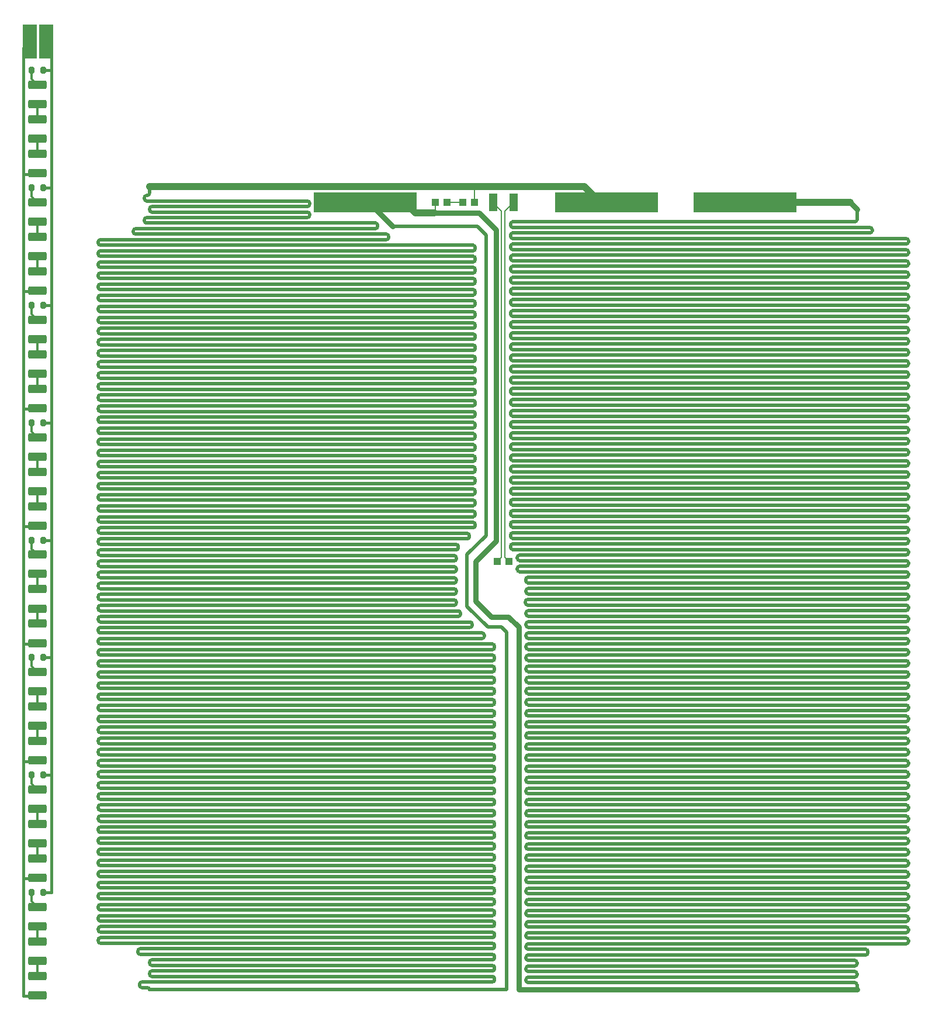
<source format=gbr>
%TF.GenerationSoftware,KiCad,Pcbnew,9.0.4*%
%TF.CreationDate,2025-09-03T20:12:05-03:00*%
%TF.ProjectId,Buildplate_v1.0,4275696c-6470-46c6-9174-655f76312e30,rev?*%
%TF.SameCoordinates,Original*%
%TF.FileFunction,Copper,L1,Top*%
%TF.FilePolarity,Positive*%
%FSLAX46Y46*%
G04 Gerber Fmt 4.6, Leading zero omitted, Abs format (unit mm)*
G04 Created by KiCad (PCBNEW 9.0.4) date 2025-09-03 20:12:05*
%MOMM*%
%LPD*%
G01*
G04 APERTURE LIST*
G04 Aperture macros list*
%AMRoundRect*
0 Rectangle with rounded corners*
0 $1 Rounding radius*
0 $2 $3 $4 $5 $6 $7 $8 $9 X,Y pos of 4 corners*
0 Add a 4 corners polygon primitive as box body*
4,1,4,$2,$3,$4,$5,$6,$7,$8,$9,$2,$3,0*
0 Add four circle primitives for the rounded corners*
1,1,$1+$1,$2,$3*
1,1,$1+$1,$4,$5*
1,1,$1+$1,$6,$7*
1,1,$1+$1,$8,$9*
0 Add four rect primitives between the rounded corners*
20,1,$1+$1,$2,$3,$4,$5,0*
20,1,$1+$1,$4,$5,$6,$7,0*
20,1,$1+$1,$6,$7,$8,$9,0*
20,1,$1+$1,$8,$9,$2,$3,0*%
G04 Aperture macros list end*
%TA.AperFunction,SMDPad,CuDef*%
%ADD10R,15.000000X3.000000*%
%TD*%
%TA.AperFunction,SMDPad,CuDef*%
%ADD11RoundRect,0.250000X1.075000X-0.375000X1.075000X0.375000X-1.075000X0.375000X-1.075000X-0.375000X0*%
%TD*%
%TA.AperFunction,SMDPad,CuDef*%
%ADD12RoundRect,0.200000X-0.200000X-0.275000X0.200000X-0.275000X0.200000X0.275000X-0.200000X0.275000X0*%
%TD*%
%TA.AperFunction,SMDPad,CuDef*%
%ADD13R,1.100000X1.000000*%
%TD*%
%TA.AperFunction,SMDPad,CuDef*%
%ADD14R,2.000000X5.000000*%
%TD*%
%TA.AperFunction,SMDPad,CuDef*%
%ADD15R,1.270000X2.540000*%
%TD*%
%TA.AperFunction,TestPad*%
%ADD16R,15.000000X3.000000*%
%TD*%
%TA.AperFunction,Conductor*%
%ADD17C,0.304800*%
%TD*%
%TA.AperFunction,Conductor*%
%ADD18C,0.406400*%
%TD*%
%TA.AperFunction,Conductor*%
%ADD19C,0.200000*%
%TD*%
%TA.AperFunction,Conductor*%
%ADD20C,0.508000*%
%TD*%
%TA.AperFunction,Conductor*%
%ADD21C,1.016000*%
%TD*%
%TA.AperFunction,Conductor*%
%ADD22C,0.762000*%
%TD*%
G04 APERTURE END LIST*
D10*
%TO.P,UNK1,P$1,P$1*%
%TO.N,Net-(LED1-PadC)*%
X-20000000Y56000000D03*
%TD*%
D11*
%TO.P,REF\u002A\u002A,1*%
%TO.N,N/C*%
X-67500000Y19200000D03*
%TO.P,REF\u002A\u002A,2*%
X-67500000Y22000000D03*
%TD*%
D12*
%TO.P,REF\u002A\u002A,1*%
%TO.N,N/C*%
X-68325000Y41100000D03*
%TO.P,REF\u002A\u002A,2*%
X-66675000Y41100000D03*
%TD*%
D11*
%TO.P,REF\u002A\u002A,1*%
%TO.N,N/C*%
X-67500000Y48200000D03*
%TO.P,REF\u002A\u002A,2*%
X-67500000Y51000000D03*
%TD*%
%TO.P,REF\u002A\u002A,1*%
%TO.N,N/C*%
X-67500000Y-58800000D03*
%TO.P,REF\u002A\u002A,2*%
X-67500000Y-56000000D03*
%TD*%
D13*
%TO.P,R_LED1,1,1*%
%TO.N,Net-(LED1-PadC)*%
X-9850000Y56000000D03*
%TO.P,R_LED1,2,2*%
%TO.N,Net-(LED1-PadA)*%
X-8150000Y56000000D03*
%TD*%
D11*
%TO.P,REF\u002A\u002A,1*%
%TO.N,N/C*%
X-67500000Y-7800000D03*
%TO.P,REF\u002A\u002A,2*%
X-67500000Y-5000000D03*
%TD*%
D13*
%TO.P,LED1,A,A*%
%TO.N,Net-(LED1-PadA)*%
X-5850000Y56000000D03*
%TO.P,LED1,C,C*%
%TO.N,Net-(LED1-PadC)*%
X-4150000Y56000000D03*
%TD*%
D11*
%TO.P,REF\u002A\u002A,1*%
%TO.N,N/C*%
X-67500000Y-36800000D03*
%TO.P,REF\u002A\u002A,2*%
X-67500000Y-34000000D03*
%TD*%
%TO.P,REF\u002A\u002A,1*%
%TO.N,N/C*%
X-67500000Y9200000D03*
%TO.P,REF\u002A\u002A,2*%
X-67500000Y12000000D03*
%TD*%
%TO.P,REF\u002A\u002A,1*%
%TO.N,N/C*%
X-67500000Y-2800000D03*
%TO.P,REF\u002A\u002A,2*%
X-67500000Y0D03*
%TD*%
%TO.P,REF\u002A\u002A,1*%
%TO.N,N/C*%
X-67500000Y2200000D03*
%TO.P,REF\u002A\u002A,2*%
X-67500000Y5000000D03*
%TD*%
D12*
%TO.P,REF\u002A\u002A,1*%
%TO.N,N/C*%
X-68325000Y-26900000D03*
%TO.P,REF\u002A\u002A,2*%
X-66675000Y-26900000D03*
%TD*%
D14*
%TO.P,UNK1,P$1,P$1*%
%TO.N,N/C*%
X-66250000Y79250000D03*
%TD*%
D12*
%TO.P,REF\u002A\u002A,1*%
%TO.N,N/C*%
X-68325000Y58100000D03*
%TO.P,REF\u002A\u002A,2*%
X-66675000Y58100000D03*
%TD*%
D10*
%TO.P,UNK2,P$1,P$1*%
%TO.N,Net-(LED1-PadC)*%
X15000000Y56000000D03*
%TD*%
D12*
%TO.P,REF\u002A\u002A,1*%
%TO.N,N/C*%
X-68325000Y-43900000D03*
%TO.P,REF\u002A\u002A,2*%
X-66675000Y-43900000D03*
%TD*%
D11*
%TO.P,REF\u002A\u002A,1*%
%TO.N,N/C*%
X-67500000Y-53800000D03*
%TO.P,REF\u002A\u002A,2*%
X-67500000Y-51000000D03*
%TD*%
D12*
%TO.P,REF\u002A\u002A,1*%
%TO.N,N/C*%
X-68325000Y-9900000D03*
%TO.P,REF\u002A\u002A,2*%
X-66675000Y-9900000D03*
%TD*%
D11*
%TO.P,REF\u002A\u002A,1*%
%TO.N,N/C*%
X-67500000Y65200000D03*
%TO.P,REF\u002A\u002A,2*%
X-67500000Y68000000D03*
%TD*%
%TO.P,REF\u002A\u002A,1*%
%TO.N,N/C*%
X-67500000Y-48800000D03*
%TO.P,REF\u002A\u002A,2*%
X-67500000Y-46000000D03*
%TD*%
D14*
%TO.P,UNK1,P$1,P$1*%
%TO.N,N/C*%
X-68625000Y79250000D03*
%TD*%
D11*
%TO.P,REF\u002A\u002A,1*%
%TO.N,N/C*%
X-67500000Y60200000D03*
%TO.P,REF\u002A\u002A,2*%
X-67500000Y63000000D03*
%TD*%
%TO.P,REF\u002A\u002A,1*%
%TO.N,N/C*%
X-67500000Y14200000D03*
%TO.P,REF\u002A\u002A,2*%
X-67500000Y17000000D03*
%TD*%
D15*
%TO.P,U$5,P$1,P$1*%
%TO.N,Net-(NTC0-Pad2)*%
X1500000Y56000000D03*
%TD*%
D13*
%TO.P,NTC,1,1*%
%TO.N,Net-(NTC0-Pad1)*%
X-850000Y4000000D03*
%TO.P,NTC,2,2*%
%TO.N,Net-(NTC0-Pad2)*%
X850000Y4000000D03*
%TD*%
D12*
%TO.P,REF\u002A\u002A,1*%
%TO.N,N/C*%
X-68325000Y75100000D03*
%TO.P,REF\u002A\u002A,2*%
X-66675000Y75100000D03*
%TD*%
%TO.P,REF\u002A\u002A,1*%
%TO.N,N/C*%
X-68325000Y24100000D03*
%TO.P,REF\u002A\u002A,2*%
X-66675000Y24100000D03*
%TD*%
D11*
%TO.P,REF\u002A\u002A,1*%
%TO.N,N/C*%
X-67500000Y53200000D03*
%TO.P,REF\u002A\u002A,2*%
X-67500000Y56000000D03*
%TD*%
D15*
%TO.P,U$4,P$1,P$1*%
%TO.N,Net-(NTC0-Pad1)*%
X-1500000Y56000000D03*
%TD*%
D11*
%TO.P,REF\u002A\u002A,1*%
%TO.N,N/C*%
X-67500000Y26200000D03*
%TO.P,REF\u002A\u002A,2*%
X-67500000Y29000000D03*
%TD*%
%TO.P,REF\u002A\u002A,1*%
%TO.N,N/C*%
X-67500000Y70200000D03*
%TO.P,REF\u002A\u002A,2*%
X-67500000Y73000000D03*
%TD*%
D16*
%TO.P,UNK3,P$1,P$1*%
%TO.N,Net-(LED1-PadC)*%
X35000000Y56000000D03*
%TD*%
D12*
%TO.P,REF\u002A\u002A,1*%
%TO.N,N/C*%
X-68325000Y7100000D03*
%TO.P,REF\u002A\u002A,2*%
X-66675000Y7100000D03*
%TD*%
D11*
%TO.P,REF\u002A\u002A,1*%
%TO.N,N/C*%
X-67500000Y-41800000D03*
%TO.P,REF\u002A\u002A,2*%
X-67500000Y-39000000D03*
%TD*%
%TO.P,REF\u002A\u002A,1*%
%TO.N,N/C*%
X-67500000Y-14800000D03*
%TO.P,REF\u002A\u002A,2*%
X-67500000Y-12000000D03*
%TD*%
%TO.P,REF\u002A\u002A,1*%
%TO.N,N/C*%
X-67500000Y36200000D03*
%TO.P,REF\u002A\u002A,2*%
X-67500000Y39000000D03*
%TD*%
%TO.P,REF\u002A\u002A,1*%
%TO.N,N/C*%
X-67500000Y31200000D03*
%TO.P,REF\u002A\u002A,2*%
X-67500000Y34000000D03*
%TD*%
%TO.P,REF\u002A\u002A,1*%
%TO.N,N/C*%
X-67500000Y-31800000D03*
%TO.P,REF\u002A\u002A,2*%
X-67500000Y-29000000D03*
%TD*%
%TO.P,REF\u002A\u002A,1*%
%TO.N,N/C*%
X-67500000Y-24800000D03*
%TO.P,REF\u002A\u002A,2*%
X-67500000Y-22000000D03*
%TD*%
%TO.P,REF\u002A\u002A,1*%
%TO.N,N/C*%
X-67500000Y43200000D03*
%TO.P,REF\u002A\u002A,2*%
X-67500000Y46000000D03*
%TD*%
%TO.P,REF\u002A\u002A,1*%
%TO.N,N/C*%
X-67500000Y-19800000D03*
%TO.P,REF\u002A\u002A,2*%
X-67500000Y-17000000D03*
%TD*%
D17*
%TO.N,*%
X-67500000Y31200000D02*
X-67500000Y29000000D01*
X-67500000Y-31800000D02*
X-67500000Y-34000000D01*
X-68325000Y5825000D02*
X-67500000Y5000000D01*
X-67500000Y36200000D02*
X-67500000Y34000000D01*
D18*
X-67600000Y9100000D02*
X-69500000Y9100000D01*
X-67600000Y-7900000D02*
X-69500000Y-7900000D01*
X-67500000Y-7800000D02*
X-67600000Y-7900000D01*
X-66675000Y41100000D02*
X-65500000Y41100000D01*
X-67600000Y26100000D02*
X-69500000Y26100000D01*
X-65500000Y78500000D02*
X-65500000Y-43900000D01*
X-67500000Y43200000D02*
X-67600000Y43100000D01*
X-67500000Y-58800000D02*
X-67600000Y-58900000D01*
D17*
X-67500000Y-48800000D02*
X-67500000Y-51000000D01*
X-67500000Y53200000D02*
X-67500000Y51000000D01*
X-68325000Y-11175000D02*
X-67500000Y-12000000D01*
X-68325000Y58100000D02*
X-68325000Y56825000D01*
X-68325000Y-28175000D02*
X-67500000Y-29000000D01*
D18*
X-67600000Y43100000D02*
X-69500000Y43100000D01*
D17*
X-68325000Y-45175000D02*
X-67500000Y-46000000D01*
X-67500000Y70200000D02*
X-67500000Y68000000D01*
D18*
X-66675000Y-9900000D02*
X-65500000Y-9900000D01*
X-66675000Y-43900000D02*
X-65500000Y-43900000D01*
X-67500000Y9200000D02*
X-67600000Y9100000D01*
D17*
X-67500000Y14200000D02*
X-67500000Y12000000D01*
D18*
X-67600000Y-41900000D02*
X-69500000Y-41900000D01*
D17*
X-67500000Y-19800000D02*
X-67500000Y-22000000D01*
X-68325000Y56825000D02*
X-67500000Y56000000D01*
X-67500000Y19200000D02*
X-67500000Y17000000D01*
X-68325000Y22825000D02*
X-67500000Y22000000D01*
X-68325000Y-26900000D02*
X-68325000Y-28175000D01*
X-68325000Y-43900000D02*
X-68325000Y-45175000D01*
X-68325000Y75100000D02*
X-68325000Y73825000D01*
D18*
X-66675000Y75100000D02*
X-65500000Y75100000D01*
D17*
X-68325000Y73825000D02*
X-67500000Y73000000D01*
D18*
X-67600000Y60100000D02*
X-69500000Y60100000D01*
D17*
X-68325000Y24100000D02*
X-68325000Y22825000D01*
X-67500000Y-2800000D02*
X-67500000Y-5000000D01*
D18*
X-67600000Y-58900000D02*
X-69500000Y-58900000D01*
D17*
X-67500000Y65200000D02*
X-67500000Y63000000D01*
X-67500000Y2200000D02*
X-67500000Y0D01*
X-68325000Y39825000D02*
X-67500000Y39000000D01*
D18*
X-67500000Y26200000D02*
X-67600000Y26100000D01*
X-67500000Y-24800000D02*
X-67600000Y-24900000D01*
X-66675000Y58100000D02*
X-65500000Y58100000D01*
X-66250000Y79250000D02*
X-65500000Y78500000D01*
D17*
X-67500000Y-36800000D02*
X-67500000Y-39000000D01*
X-68325000Y41100000D02*
X-68325000Y39825000D01*
D18*
X-66675000Y7100000D02*
X-65500000Y7100000D01*
X-67500000Y60200000D02*
X-67600000Y60100000D01*
X-67500000Y-41800000D02*
X-67600000Y-41900000D01*
X-66675000Y24100000D02*
X-65500000Y24100000D01*
D17*
X-67500000Y-53800000D02*
X-67500000Y-56000000D01*
D18*
X-69500000Y78375000D02*
X-69500000Y-58900000D01*
D17*
X-67500000Y-14800000D02*
X-67500000Y-17000000D01*
X-67500000Y48200000D02*
X-67500000Y46000000D01*
D18*
X-68625000Y79250000D02*
X-69500000Y78375000D01*
D17*
X-68325000Y-9900000D02*
X-68325000Y-11175000D01*
X-68325000Y7100000D02*
X-68325000Y5825000D01*
D18*
X-67600000Y-24900000D02*
X-69500000Y-24900000D01*
X-66675000Y-26900000D02*
X-65500000Y-26900000D01*
D19*
%TO.N,Net-(NTC0-Pad1)*%
X-1500000Y56000000D02*
X-250000Y54750000D01*
X-250000Y54750000D02*
X-250000Y4600000D01*
X-848900Y55348900D02*
X-1500000Y56000000D01*
X-250000Y4600000D02*
X-850000Y4000000D01*
%TO.N,Net-(NTC0-Pad2)*%
X250000Y4600000D02*
X850000Y4000000D01*
X851100Y55351100D02*
X1500000Y56000000D01*
X1500000Y56000000D02*
X250000Y54750000D01*
X250000Y54750000D02*
X250000Y4600000D01*
D20*
%TO.N,Net-(LED1-PadC)*%
X58700000Y-1011200D02*
X58700000Y-1172000D01*
X58700000Y2204800D02*
X58700000Y2044000D01*
X-51250000Y35352800D02*
X-58379200Y35352800D01*
X58700000Y34364800D02*
X58700000Y34204000D01*
X-4370800Y24124800D02*
X-51250000Y24124800D01*
X-51250000Y-11163200D02*
X-58379200Y-11163200D01*
X-58379200Y-23193200D02*
X-51250000Y-23193200D01*
X-58700000Y-14050400D02*
X-58700000Y-13890000D01*
X-58700000Y-46130400D02*
X-58700000Y-45970000D01*
X-58379200Y7282800D02*
X-51250000Y7282800D01*
X58378400Y41922400D02*
X51250000Y41922400D01*
X51250000Y4938400D02*
X2371600Y4938400D01*
X-58379200Y50590800D02*
X-51250000Y50590800D01*
X58700000Y45620800D02*
X58700000Y45460000D01*
X1050000Y43208800D02*
X1050000Y43048000D01*
X-51250000Y2470800D02*
X-7120800Y2470800D01*
X-5220800Y8084800D02*
X-51250000Y8084800D01*
X-58700000Y1989600D02*
X-58700000Y2150000D01*
X1050000Y52856800D02*
X1050000Y52696000D01*
X1050000Y48032800D02*
X1050000Y47872000D01*
X1050000Y19088800D02*
X1050000Y18928000D01*
X51250000Y-40085600D02*
X3621600Y-40085600D01*
X-1570800Y-12767200D02*
X-51250000Y-12767200D01*
X51250000Y-17573600D02*
X3621600Y-17573600D01*
X51250000Y8154400D02*
X1371600Y8154400D01*
X-4050000Y49307600D02*
X-4050000Y49468000D01*
X-58700000Y-30090400D02*
X-58700000Y-29930000D01*
X-58379200Y23322800D02*
X-51250000Y23322800D01*
X-58379200Y45778800D02*
X-51250000Y45778800D01*
X-4050000Y14019600D02*
X-4050000Y14180000D01*
X58700000Y-17091200D02*
X58700000Y-17252000D01*
X-51250000Y-7955200D02*
X-58379200Y-7955200D01*
D21*
X-13000000Y54750000D02*
X-14250000Y56000000D01*
D20*
X-1250000Y-30892400D02*
X-1250000Y-30732000D01*
X-1250000Y-10040400D02*
X-1250000Y-9880000D01*
X58378400Y-12749600D02*
X51250000Y-12749600D01*
X-1250000Y-14852400D02*
X-1250000Y-14692000D01*
X-51250000Y-8757200D02*
X-1570800Y-8757200D01*
X-58700000Y-44526400D02*
X-58700000Y-44366000D01*
X-51250000Y32946800D02*
X-4370800Y32946800D01*
X58378400Y-20789600D02*
X51250000Y-20789600D01*
X58378400Y4938400D02*
X51250000Y4938400D01*
X-4050000Y30059600D02*
X-4050000Y30220000D01*
X51250000Y1722400D02*
X3571600Y1722400D01*
X-4370800Y35352800D02*
X-51250000Y35352800D01*
X-51250000Y-3143200D02*
X-58379200Y-3143200D01*
X-51250000Y16104800D02*
X-58379200Y16104800D01*
X58378400Y27450400D02*
X51250000Y27450400D01*
X58378400Y-44909600D02*
X51250000Y-44909600D01*
X-52379200Y-56877200D02*
X-51570800Y-56877200D01*
X51250000Y15390400D02*
X58378400Y15390400D01*
X-51250000Y-52867200D02*
X-52629200Y-52867200D01*
X-58700000Y10009600D02*
X-58700000Y10170000D01*
X51250000Y-48125600D02*
X3621600Y-48125600D01*
X3300000Y-42015200D02*
X3300000Y-42176000D01*
X1050000Y46424800D02*
X1050000Y46264000D01*
X3621600Y-28025600D02*
X51250000Y-28025600D01*
X51250000Y-15161600D02*
X58378400Y-15161600D01*
X-1570800Y-19183200D02*
X-51250000Y-19183200D01*
X50928400Y-54557600D02*
X3621600Y-54557600D01*
X51250000Y5742400D02*
X58378400Y5742400D01*
X51250000Y-49733600D02*
X3621600Y-49733600D01*
D22*
X-20000000Y56000000D02*
X-19500000Y56000000D01*
D20*
X58378400Y49962400D02*
X51250000Y49962400D01*
X51250000Y41922400D02*
X1371600Y41922400D01*
X3621600Y-34457600D02*
X51250000Y-34457600D01*
D22*
X-1011400Y52011400D02*
X-3500000Y54500000D01*
D20*
X-51250000Y48986800D02*
X-4370800Y48986800D01*
X-1250000Y-8436400D02*
X-1250000Y-8276000D01*
X-51250000Y-22391200D02*
X-58379200Y-22391200D01*
X-58700000Y-49338400D02*
X-58700000Y-49178000D01*
X3621600Y-55361600D02*
X50928400Y-55361600D01*
X3621600Y-48929600D02*
X51250000Y-48929600D01*
X58378400Y37098400D02*
X51250000Y37098400D01*
X-1570800Y-46451200D02*
X-51250000Y-46451200D01*
X1371600Y31470400D02*
X51250000Y31470400D01*
X-51250000Y43372800D02*
X-58379200Y43372800D01*
X1371600Y18606400D02*
X51250000Y18606400D01*
X3621600Y-15161600D02*
X51250000Y-15161600D01*
X-4370800Y32144800D02*
X-51250000Y32144800D01*
X-4370800Y17708800D02*
X-51250000Y17708800D01*
X2050000Y4616800D02*
X2050000Y4456000D01*
X1050000Y28736800D02*
X1050000Y28576000D01*
X-51250000Y10490800D02*
X-4370800Y10490800D01*
X-58379200Y5678800D02*
X-51250000Y5678800D01*
X58378400Y-15965600D02*
X51250000Y-15965600D01*
X-58700000Y14821600D02*
X-58700000Y14982000D01*
X-52950000Y-52546400D02*
X-52950000Y-52386000D01*
X-1250000Y-56556400D02*
X-1250000Y-56396000D01*
X51250000Y17802400D02*
X1371600Y17802400D01*
X51250000Y8958400D02*
X58378400Y8958400D01*
X51250000Y-7121600D02*
X58378400Y-7121600D01*
X58378400Y48354400D02*
X51250000Y48354400D01*
X-7120800Y4876800D02*
X-51250000Y4876800D01*
X-51250000Y24124800D02*
X-58379200Y24124800D01*
X-1570800Y-51263200D02*
X-51250000Y-51263200D01*
X3621600Y-18377600D02*
X51250000Y-18377600D01*
X3621600Y-56969600D02*
X50928400Y-56969600D01*
X1050000Y49640800D02*
X1050000Y49480000D01*
X58700000Y-42819200D02*
X58700000Y-42980000D01*
X1050000Y31952800D02*
X1050000Y31792000D01*
X-51250000Y-43243200D02*
X-58379200Y-43243200D01*
X3300000Y-40407200D02*
X3300000Y-40568000D01*
X51250000Y-30437600D02*
X3621600Y-30437600D01*
X-58700000Y-41318400D02*
X-58700000Y-41158000D01*
X-1570800Y-9559200D02*
X-51250000Y-9559200D01*
X-58700000Y-25278400D02*
X-58700000Y-25118000D01*
X-1570800Y-33619200D02*
X-51250000Y-33619200D01*
X3621600Y-11945600D02*
X51250000Y-11945600D01*
X58700000Y24716800D02*
X58700000Y24556000D01*
X-51679200Y53798800D02*
X-51250000Y53798800D01*
X-51250000Y18510800D02*
X-4370800Y18510800D01*
X58700000Y-4227200D02*
X58700000Y-4388000D01*
X-1570800Y-48055200D02*
X-51250000Y-48055200D01*
X51250000Y-44105600D02*
X58378400Y-44105600D01*
X-58700000Y-4426400D02*
X-58700000Y-4266000D01*
X51250000Y7350400D02*
X58378400Y7350400D01*
X-51250000Y-13569200D02*
X-1570800Y-13569200D01*
X3621600Y-36065600D02*
X51250000Y-36065600D01*
X-51250000Y32144800D02*
X-58379200Y32144800D01*
X-1250000Y-16456400D02*
X-1250000Y-16296000D01*
X58378400Y-32045600D02*
X51250000Y-32045600D01*
X-51250000Y-36025200D02*
X-1570800Y-36025200D01*
X51250000Y16998400D02*
X58378400Y16998400D01*
X58378400Y8154400D02*
X51250000Y8154400D01*
X1371600Y23430400D02*
X51250000Y23430400D01*
X-6800000Y-2020400D02*
X-6800000Y-1860000D01*
X-51250000Y53798800D02*
X-50929200Y53798800D01*
X-58379200Y8886800D02*
X-51250000Y8886800D01*
D19*
X-4150000Y58150000D02*
X-4250000Y58250000D01*
D20*
X1050000Y33560800D02*
X1050000Y33400000D01*
X-51250000Y-20787200D02*
X-58379200Y-20787200D01*
X-58379200Y-32817200D02*
X-51250000Y-32817200D01*
X51250000Y-38477600D02*
X3621600Y-38477600D01*
X51250000Y-13553600D02*
X58378400Y-13553600D01*
X51250000Y-35261600D02*
X3621600Y-35261600D01*
X58378400Y40314400D02*
X51250000Y40314400D01*
D22*
X-16375000Y52875000D02*
X-16000000Y52500000D01*
D20*
X3300000Y-45231200D02*
X3300000Y-45392000D01*
X3621600Y-5513600D02*
X51250000Y-5513600D01*
X51250000Y25038400D02*
X58378400Y25038400D01*
X3621600Y-29633600D02*
X51250000Y-29633600D01*
X58378400Y30666400D02*
X51250000Y30666400D01*
X-4370800Y16104800D02*
X-51250000Y16104800D01*
X-51250000Y37758800D02*
X-4370800Y37758800D01*
X-7120800Y-1539200D02*
X-51250000Y-1539200D01*
X-52700000Y-57358400D02*
X-52700000Y-57198000D01*
X58700000Y50444800D02*
X58700000Y50284000D01*
X58378400Y-7925600D02*
X51250000Y-7925600D01*
X51250000Y-44909600D02*
X3621600Y-44909600D01*
X-58379200Y-40837200D02*
X-51250000Y-40837200D01*
X3621600Y-10337600D02*
X51250000Y-10337600D01*
X58700000Y-2619200D02*
X58700000Y-2780000D01*
X-1570800Y-14371200D02*
X-51250000Y-14371200D01*
X-250000Y-5500000D02*
X500000Y-6250000D01*
X3300000Y-17895200D02*
X3300000Y-18056000D01*
X-1570800Y-56075200D02*
X-50929200Y-56075200D01*
X-4050000Y36475600D02*
X-4050000Y36636000D01*
X58378400Y-14357600D02*
X51250000Y-14357600D01*
X-58379200Y-18381200D02*
X-51250000Y-18381200D01*
X-58379200Y-10361200D02*
X-51250000Y-10361200D01*
X-58379200Y44174800D02*
X-51250000Y44174800D01*
X-1570800Y-28807200D02*
X-51250000Y-28807200D01*
D22*
X2250000Y-58000000D02*
X2250000Y-5500000D01*
D20*
X-4370800Y49788800D02*
X-51250000Y49788800D01*
X-1250000Y-50140400D02*
X-1250000Y-49980000D01*
X3300000Y-21111200D02*
X3300000Y-21272000D01*
X-58379200Y-28005200D02*
X-51250000Y-28005200D01*
X58700000Y32756800D02*
X58700000Y32596000D01*
D22*
X2250000Y-5500000D02*
X750000Y-4000000D01*
D20*
X58378400Y25842400D02*
X51250000Y25842400D01*
X58378400Y-25613600D02*
X51250000Y-25613600D01*
D21*
X44867200Y56000000D02*
X50250000Y56000000D01*
D20*
X51250000Y-20789600D02*
X3621600Y-20789600D01*
X-58379200Y31342800D02*
X-51250000Y31342800D01*
X-51250000Y-33619200D02*
X-58379200Y-33619200D01*
X-28370800Y54600800D02*
X-50929200Y54600800D01*
X-58700000Y-18862400D02*
X-58700000Y-18702000D01*
X51250000Y-5513600D02*
X58378400Y-5513600D01*
X-51250000Y8084800D02*
X-58379200Y8084800D01*
X1371600Y16998400D02*
X51250000Y16998400D01*
X51250000Y46746400D02*
X1371600Y46746400D01*
X-51250000Y20114800D02*
X-4370800Y20114800D01*
X-50929200Y53798800D02*
X-28370800Y53798800D01*
X-51250000Y-23995200D02*
X-58379200Y-23995200D01*
X-16000000Y52500000D02*
X-3750000Y52500000D01*
X51250000Y12978400D02*
X1371600Y12978400D01*
X-51250000Y42570800D02*
X-4370800Y42570800D01*
X-58379200Y-19985200D02*
X-51250000Y-19985200D01*
X1371600Y5742400D02*
X51250000Y5742400D01*
X-1250000Y-29288400D02*
X-1250000Y-29128000D01*
X-58700000Y30861600D02*
X-58700000Y31022000D01*
X-58700000Y-31694400D02*
X-58700000Y-31534000D01*
X53450000Y52052800D02*
X53450000Y51892000D01*
X3300000Y-22719200D02*
X3300000Y-22880000D01*
X51250000Y43530400D02*
X1371600Y43530400D01*
X-4050000Y46099600D02*
X-4050000Y46260000D01*
X51250000Y-11945600D02*
X58378400Y-11945600D01*
X-58379200Y47382800D02*
X-51250000Y47382800D01*
X51250000Y-28025600D02*
X58378400Y-28025600D01*
X3621600Y-42497600D02*
X51250000Y-42497600D01*
X-58379200Y-26401200D02*
X-51250000Y-26401200D01*
X-58700000Y3593600D02*
X-58700000Y3754000D01*
X-18520799Y52996800D02*
X-51249999Y52996800D01*
X-58700000Y-33298400D02*
X-58700000Y-33138000D01*
X-1570800Y-30411200D02*
X-51250000Y-30411200D01*
X-1250000Y-54952400D02*
X-1250000Y-54792000D01*
X-51570800Y-57679200D02*
X-52379200Y-57679200D01*
X58700000Y35972800D02*
X58700000Y35812000D01*
X51250000Y-51341600D02*
X3621600Y-51341600D01*
X51250000Y32274400D02*
X1371600Y32274400D01*
X-58379200Y-39233200D02*
X-51250000Y-39233200D01*
X-2250000Y-5500000D02*
X-250000Y-5500000D01*
X-51250000Y-39233200D02*
X-1570800Y-39233200D01*
X-58700000Y46901600D02*
X-58700000Y47062000D01*
X-51250000Y-44847200D02*
X-58379200Y-44847200D01*
X51250000Y48354400D02*
X1371600Y48354400D01*
X51250000Y20214400D02*
X58378400Y20214400D01*
X-52000000Y56525600D02*
X-52000000Y56686000D01*
X-58379200Y-21589200D02*
X-51250000Y-21589200D01*
X-58379200Y-13569200D02*
X-51250000Y-13569200D01*
X51250000Y42726400D02*
X58378400Y42726400D01*
X58700000Y-33171200D02*
X58700000Y-33332000D01*
X58700000Y-28347200D02*
X58700000Y-28508000D01*
X-58700000Y8405600D02*
X-58700000Y8566000D01*
X-3750000Y52500000D02*
X-2500000Y51250000D01*
X-58379200Y16906800D02*
X-51250000Y16906800D01*
X1050000Y22304800D02*
X1050000Y22144000D01*
X-1570800Y-22391200D02*
X-51250000Y-22391200D01*
X51250000Y10566400D02*
X58378400Y10566400D01*
X-51250000Y-18381200D02*
X-1570800Y-18381200D01*
X1050000Y39992800D02*
X1050000Y39832000D01*
X-58379200Y21718800D02*
X-51250000Y21718800D01*
X51250000Y-39281600D02*
X58378400Y-39281600D01*
X-51250000Y-10361200D02*
X-1570800Y-10361200D01*
X1050000Y41600800D02*
X1050000Y41440000D01*
X58700000Y-34779200D02*
X58700000Y-34940000D01*
X-51250000Y-16777200D02*
X-1570800Y-16777200D01*
X-51250000Y38560800D02*
X-58379200Y38560800D01*
X-58379200Y18510800D02*
X-51250000Y18510800D01*
X1371600Y44334400D02*
X51250000Y44334400D01*
X51250000Y-25613600D02*
X3621600Y-25613600D01*
X58378400Y-22397600D02*
X51250000Y-22397600D01*
X3300000Y-27543200D02*
X3300000Y-27704000D01*
X51250000Y-18377600D02*
X58378400Y-18377600D01*
X-4500000Y-5228400D02*
X-4500000Y-5068000D01*
X3300000Y-24327200D02*
X3300000Y-24488000D01*
X51250000Y-50537600D02*
X58378400Y-50537600D01*
X51250000Y21822400D02*
X58378400Y21822400D01*
X51250000Y-40889600D02*
X58378400Y-40889600D01*
X-4050000Y47703600D02*
X-4050000Y47864000D01*
X-51250000Y-9559200D02*
X-58379200Y-9559200D01*
X51250000Y-32849600D02*
X58378400Y-32849600D01*
X58700000Y3812800D02*
X58700000Y3652000D01*
X1050000Y15872800D02*
X1050000Y15712000D01*
X-1570800Y-40035200D02*
X-51250000Y-40035200D01*
X-51250000Y-35223200D02*
X-58379200Y-35223200D01*
X-58379200Y-8757200D02*
X-51250000Y-8757200D01*
X-4050000Y10811600D02*
X-4050000Y10972000D01*
X-51250000Y-51263200D02*
X-58379200Y-51263200D01*
X51250000Y-36065600D02*
X58378400Y-36065600D01*
X51250000Y-1493600D02*
X3521600Y-1493600D01*
X-51250000Y-23193200D02*
X-1570800Y-23193200D01*
X-4050000Y28455600D02*
X-4050000Y28616000D01*
X58700000Y29540800D02*
X58700000Y29380000D01*
X-58379200Y28134800D02*
X-51250000Y28134800D01*
X-58700000Y45297600D02*
X-58700000Y45458000D01*
X-58379200Y-31213200D02*
X-51250000Y-31213200D01*
X-4050000Y39683600D02*
X-4050000Y39844000D01*
X1371600Y20214400D02*
X51250000Y20214400D01*
X58378400Y-27221600D02*
X51250000Y-27221600D01*
X-51250000Y49788800D02*
X-58379200Y49788800D01*
X3621600Y-16769600D02*
X51250000Y-16769600D01*
X-1570800Y-15975200D02*
X-51250000Y-15975200D01*
X51250000Y31470400D02*
X58378400Y31470400D01*
X58378400Y21018400D02*
X51250000Y21018400D01*
X51250000Y11370400D02*
X1371600Y11370400D01*
X58700000Y5420800D02*
X58700000Y5260000D01*
X58700000Y8636800D02*
X58700000Y8476000D01*
X-7120800Y1668800D02*
X-51250000Y1668800D01*
X51250000Y50766400D02*
X58378400Y50766400D01*
X-18500000Y55000000D02*
X-16000000Y52500000D01*
X-6520800Y-3143200D02*
X-51250000Y-3143200D01*
X3621600Y-689600D02*
X51250000Y-689600D01*
X-6800000Y-416400D02*
X-6800000Y-256000D01*
X58700000Y-49251200D02*
X58700000Y-49412000D01*
X2050000Y3008800D02*
X2050000Y2848000D01*
X58378400Y45138400D02*
X51250000Y45138400D01*
X-53600000Y51713600D02*
X-53600000Y51874000D01*
X-4370800Y19312800D02*
X-51250000Y19312800D01*
X-51250000Y-21589200D02*
X-1570800Y-21589200D01*
X3300000Y-19503200D02*
X3300000Y-19664000D01*
X51250000Y-37673600D02*
X58378400Y-37673600D01*
X-4370800Y41768800D02*
X-51250000Y41768800D01*
X51250000Y-48929600D02*
X58378400Y-48929600D01*
X3300000Y-51663200D02*
X3300000Y-51824000D01*
X3300000Y-38799200D02*
X3300000Y-38960000D01*
X58378400Y-17573600D02*
X51250000Y-17573600D01*
X-4050000Y42891600D02*
X-4050000Y43052000D01*
X58378400Y22626400D02*
X51250000Y22626400D01*
X-51250000Y39362800D02*
X-4370800Y39362800D01*
X51250000Y36294400D02*
X58378400Y36294400D01*
X-58379200Y13698800D02*
X-51250000Y13698800D01*
X-4370800Y36956800D02*
X-51250000Y36956800D01*
X58700000Y37580800D02*
X58700000Y37420000D01*
X-58700000Y24445600D02*
X-58700000Y24606000D01*
X-51250000Y48184800D02*
X-58379200Y48184800D01*
X1050000Y30344800D02*
X1050000Y30184000D01*
X-1570800Y-43243200D02*
X-51250000Y-43243200D01*
X51250000Y45138400D02*
X1371600Y45138400D01*
X-58700000Y385600D02*
X-58700000Y546000D01*
X51250000Y-21593600D02*
X58378400Y-21593600D01*
X1050000Y12656800D02*
X1050000Y12496000D01*
X-58700000Y-36506400D02*
X-58700000Y-36346000D01*
X3200000Y-1815200D02*
X3200000Y-1976000D01*
X-6500000Y5999600D02*
X-6500000Y6160000D01*
X-4050000Y38079600D02*
X-4050000Y38240000D01*
X-1570800Y-25599200D02*
X-51250000Y-25599200D01*
X51250000Y44334400D02*
X58378400Y44334400D01*
X51250000Y23430400D02*
X58378400Y23430400D01*
X1371600Y13782400D02*
X51250000Y13782400D01*
X58378400Y32274400D02*
X51250000Y32274400D01*
X2371600Y4134400D02*
X51250000Y4134400D01*
X-51250000Y-41639200D02*
X-58379200Y-41639200D01*
X3621600Y-8729600D02*
X51250000Y-8729600D01*
X51250000Y114400D02*
X3621600Y114400D01*
X1050000Y44816800D02*
X1050000Y44656000D01*
X-58700000Y-10842400D02*
X-58700000Y-10682000D01*
X-1250000Y-21268400D02*
X-1250000Y-21108000D01*
X-1250000Y-18060400D02*
X-1250000Y-17900000D01*
X-1250000Y-43724400D02*
X-1250000Y-43564000D01*
X51250000Y918400D02*
X58378400Y918400D01*
X51250000Y-31241600D02*
X58378400Y-31241600D01*
X58378400Y-40085600D02*
X51250000Y-40085600D01*
X-3070800Y-6351200D02*
X-51250000Y-6351200D01*
X-51250000Y-19985200D02*
X-1570800Y-19985200D01*
D22*
X-4000000Y4000000D02*
X-1011400Y6988600D01*
D20*
X-58700000Y-39714400D02*
X-58700000Y-39554000D01*
X1050000Y27128800D02*
X1050000Y26968000D01*
X3300000Y-33975200D02*
X3300000Y-34136000D01*
X58700000Y-36387200D02*
X58700000Y-36548000D01*
X51250000Y-689600D02*
X58378400Y-689600D01*
X-2500000Y7750000D02*
X-5250000Y5000000D01*
X-51250000Y64800D02*
X-58379200Y64800D01*
X-58379200Y29738800D02*
X-51250000Y29738800D01*
D22*
X51250000Y-58000000D02*
X2250000Y-58000000D01*
D20*
X-51250000Y-17579200D02*
X-58379200Y-17579200D01*
X51250000Y49158400D02*
X58378400Y49158400D01*
X-51250000Y-36827200D02*
X-58379200Y-36827200D01*
X1050000Y38384800D02*
X1050000Y38224000D01*
X-58379200Y-44045200D02*
X-51250000Y-44045200D01*
X-58379200Y-37629200D02*
X-51250000Y-37629200D01*
X-1250000Y-13248400D02*
X-1250000Y-13088000D01*
X-58700000Y37277600D02*
X-58700000Y37438000D01*
X-51250000Y13698800D02*
X-4370800Y13698800D01*
X-51250000Y3272800D02*
X-58379200Y3272800D01*
X-4050000Y23643600D02*
X-4050000Y23804000D01*
X3250000Y1400800D02*
X3250000Y1240000D01*
X58378400Y43530400D02*
X51250000Y43530400D01*
X-51250000Y-47253200D02*
X-1570800Y-47253200D01*
X-58700000Y11613600D02*
X-58700000Y11774000D01*
X3621600Y-52145600D02*
X51250000Y-52145600D01*
X-51250000Y-19183200D02*
X-58379200Y-19183200D01*
X-51250000Y11292800D02*
X-58379200Y11292800D01*
X-1570800Y-49659200D02*
X-51250000Y-49659200D01*
X51250000Y-54075200D02*
X51250000Y-54236000D01*
X-51250000Y26530800D02*
X-4370800Y26530800D01*
X-51250000Y-6351200D02*
X-58379200Y-6351200D01*
X-58700000Y18029600D02*
X-58700000Y18190000D01*
D19*
X-9850000Y56000000D02*
X-9850000Y54650000D01*
D20*
X-58700000Y16425600D02*
X-58700000Y16586000D01*
X51250000Y-57452000D02*
X51250000Y-58000000D01*
X-1250000Y-46932400D02*
X-1250000Y-46772000D01*
X-1570800Y-27203200D02*
X-51250000Y-27203200D01*
X-51250000Y-26401200D02*
X-1570800Y-26401200D01*
X-51250000Y-32817200D02*
X-1570800Y-32817200D01*
X51250000Y37902400D02*
X58378400Y37902400D01*
X-4050000Y20435600D02*
X-4050000Y20596000D01*
X-1250000Y-34100400D02*
X-1250000Y-33940000D01*
X-4370800Y33748800D02*
X-51250000Y33748800D01*
X-51250000Y12094800D02*
X-4370800Y12094800D01*
D21*
X-13000000Y54750000D02*
X-12750000Y54500000D01*
D20*
X-1570800Y-7955200D02*
X-51250000Y-7955200D01*
X-58379200Y-34421200D02*
X-51250000Y-34421200D01*
X51250000Y-6317600D02*
X3621600Y-6317600D01*
X-6820800Y6480800D02*
X-51250000Y6480800D01*
X3621600Y-44105600D02*
X51250000Y-44105600D01*
X51250000Y-3101600D02*
X3621600Y-3101600D01*
X51250000Y-46517600D02*
X3621600Y-46517600D01*
X-16920800Y51392800D02*
X-51250000Y51392800D01*
X51250000Y-29633600D02*
X58378400Y-29633600D01*
X-4050000Y22039600D02*
X-4050000Y22200000D01*
X-1570800Y-52867200D02*
X-50929200Y-52867200D01*
X-6800000Y1187600D02*
X-6800000Y1348000D01*
X-58700000Y22841600D02*
X-58700000Y23002000D01*
X51250000Y19410400D02*
X1371600Y19410400D01*
X51250000Y35490400D02*
X1371600Y35490400D01*
X-4370800Y14500800D02*
X-51250000Y14500800D01*
X-4050000Y18831600D02*
X-4050000Y18992000D01*
X51250000Y-23201600D02*
X58378400Y-23201600D01*
X-58700000Y13217600D02*
X-58700000Y13378000D01*
X-53279200Y52194800D02*
X-51250000Y52194800D01*
X-51250000Y40164800D02*
X-58379200Y40164800D01*
X51250000Y26646400D02*
X58378400Y26646400D01*
X-58700000Y50109600D02*
X-58700000Y50270000D01*
X-50929200Y55402800D02*
X-28370800Y55402800D01*
X51250000Y-22397600D02*
X3621600Y-22397600D01*
X500000Y-58000000D02*
X-51250000Y-58000000D01*
X-58700000Y34069600D02*
X-58700000Y34230000D01*
X-1570800Y-44847200D02*
X-51250000Y-44847200D01*
X1371600Y8958400D02*
X51250000Y8958400D01*
X-58700000Y43693600D02*
X-58700000Y43854000D01*
X58378400Y-28829600D02*
X51250000Y-28829600D01*
D22*
X750000Y-4000000D02*
X-1750000Y-4000000D01*
D20*
X1371600Y45942400D02*
X51250000Y45942400D01*
X-51250000Y4876800D02*
X-58379200Y4876800D01*
X-51250000Y33748800D02*
X-58379200Y33748800D01*
D22*
X-1011400Y6988600D02*
X-1011400Y52011400D01*
D20*
X3621600Y-39281600D02*
X51250000Y-39281600D01*
X-58700000Y-38110400D02*
X-58700000Y-37950000D01*
X-51250000Y-4747200D02*
X-58379200Y-4747200D01*
X1371600Y49158400D02*
X51250000Y49158400D01*
X-52629200Y-52065200D02*
X-51250000Y-52065200D01*
X58700000Y-50859200D02*
X58700000Y-51020000D01*
X-51250000Y-27203200D02*
X-58379200Y-27203200D01*
X1371600Y50766400D02*
X51250000Y50766400D01*
X51250000Y-9533600D02*
X3621600Y-9533600D01*
X51250000Y2526400D02*
X58378400Y2526400D01*
X-51250000Y-25599200D02*
X-58379200Y-25599200D01*
X51250000Y6546400D02*
X1371600Y6546400D01*
X500000Y-6250000D02*
X500000Y-58000000D01*
X-51250000Y30540800D02*
X-58379200Y30540800D01*
X51250000Y33882400D02*
X1371600Y33882400D01*
X-51250000Y23322800D02*
X-4370800Y23322800D01*
X51250000Y-32045600D02*
X3621600Y-32045600D01*
X-58379200Y-11965200D02*
X-51250000Y-11965200D01*
X-58379200Y32946800D02*
X-51250000Y32946800D01*
X3571600Y918400D02*
X51250000Y918400D01*
X3300000Y-43623200D02*
X3300000Y-43784000D01*
X3621600Y-47321600D02*
X51250000Y-47321600D01*
X1050000Y9440800D02*
X1050000Y9280000D01*
X3621600Y-7121600D02*
X51250000Y-7121600D01*
X-51250000Y-44045200D02*
X-1570800Y-44045200D01*
X51250000Y-41693600D02*
X3621600Y-41693600D01*
X-58700000Y35673600D02*
X-58700000Y35834000D01*
D22*
X-4000000Y-1750000D02*
X-4000000Y4000000D01*
D20*
X-51250000Y-12767200D02*
X-58379200Y-12767200D01*
X3300000Y-9855200D02*
X3300000Y-10016000D01*
X58378400Y-41693600D02*
X51250000Y-41693600D01*
X-51250000Y44976800D02*
X-58379200Y44976800D01*
X58700000Y40796800D02*
X58700000Y40636000D01*
X-58379200Y-3945200D02*
X-51250000Y-3945200D01*
X-58700000Y-17258400D02*
X-58700000Y-17098000D01*
X-51250000Y16906800D02*
X-4370800Y16906800D01*
X-4370800Y44976800D02*
X-51250000Y44976800D01*
X3300000Y-46839200D02*
X3300000Y-47000000D01*
X51250000Y38706400D02*
X1371600Y38706400D01*
X58700000Y-39603200D02*
X58700000Y-39764000D01*
X50928400Y52374400D02*
X51250000Y52374400D01*
X58378400Y19410400D02*
X51250000Y19410400D01*
X-28050000Y55723600D02*
X-28050000Y55884000D01*
X-51679200Y57006800D02*
X-51570800Y57006800D01*
D21*
X-12750000Y54500000D02*
X-10000000Y54500000D01*
D20*
X58700000Y-46035200D02*
X58700000Y-46196000D01*
X-51250000Y-38431200D02*
X-58379200Y-38431200D01*
X58378400Y33882400D02*
X51250000Y33882400D01*
X51250000Y51570400D02*
X1371600Y51570400D01*
D22*
X50250000Y56000000D02*
X51250000Y55000000D01*
D20*
X51250000Y14586400D02*
X1371600Y14586400D01*
X-4370800Y43372800D02*
X-51250000Y43372800D01*
X-7120800Y64800D02*
X-51250000Y64800D01*
X50928400Y-56165600D02*
X3621600Y-56165600D01*
X-4050000Y33267600D02*
X-4050000Y33428000D01*
X58378400Y-46517600D02*
X51250000Y-46517600D01*
X-58700000Y40485600D02*
X-58700000Y40646000D01*
X-58700000Y21237600D02*
X-58700000Y21398000D01*
X1050000Y7832800D02*
X1050000Y7672000D01*
X58700000Y23108800D02*
X58700000Y22948000D01*
X58378400Y-51341600D02*
X51250000Y-51341600D01*
X58700000Y48836800D02*
X58700000Y48676000D01*
X-58379200Y-24797200D02*
X-51250000Y-24797200D01*
X-51250000Y51392800D02*
X-53279200Y51392800D01*
X51250000Y29862400D02*
X58378400Y29862400D01*
X-58700000Y-42922400D02*
X-58700000Y-42762000D01*
X58378400Y6546400D02*
X51250000Y6546400D01*
X-4050000Y15623600D02*
X-4050000Y15784000D01*
X-2750000Y-6832400D02*
X-2750000Y-6672000D01*
X-51250000Y34550800D02*
X-4370800Y34550800D01*
X-51250000Y6480800D02*
X-58379200Y6480800D01*
X-51250000Y-54150400D02*
X-51250000Y-53990000D01*
X58378400Y-9533600D02*
X51250000Y-9533600D01*
X-58379200Y-5549200D02*
X-51250000Y-5549200D01*
X-58379200Y4074800D02*
X-51250000Y4074800D01*
X51250000Y-24809600D02*
X58378400Y-24809600D01*
X-58379200Y-16777200D02*
X-51250000Y-16777200D01*
X-51250000Y-48055200D02*
X-58379200Y-48055200D01*
X-51250000Y36154800D02*
X-4370800Y36154800D01*
X-51250000Y-30411200D02*
X-58379200Y-30411200D01*
X-51250000Y24926800D02*
X-4370800Y24926800D01*
X58378400Y46746400D02*
X51250000Y46746400D01*
X-51250000Y-11965200D02*
X-1570800Y-11965200D01*
X-51250000Y-40837200D02*
X-1570800Y-40837200D01*
X-18199999Y52515600D02*
X-18199999Y52676000D01*
X-51250000Y12896800D02*
X-58379200Y12896800D01*
X1371600Y21822400D02*
X51250000Y21822400D01*
X-51250000Y1668800D02*
X-58379200Y1668800D01*
X58378400Y38706400D02*
X51250000Y38706400D01*
X-4050000Y34871600D02*
X-4050000Y35032000D01*
X-4050000Y25247600D02*
X-4050000Y25408000D01*
X-50929200Y56204800D02*
X-51570800Y56204800D01*
X-1250000Y-22872400D02*
X-1250000Y-22712000D01*
X1050000Y20696800D02*
X1050000Y20536000D01*
X-51250000Y-52065200D02*
X-1570800Y-52065200D01*
X58700000Y21500800D02*
X58700000Y21340000D01*
X-1250000Y-38912400D02*
X-1250000Y-38752000D01*
X3621600Y-37673600D02*
X51250000Y-37673600D01*
X1371600Y29862400D02*
X51250000Y29862400D01*
X51250000Y16194400D02*
X1371600Y16194400D01*
X-1570800Y-38431200D02*
X-51250000Y-38431200D01*
X1371600Y26646400D02*
X51250000Y26646400D01*
X51250000Y34686400D02*
X58378400Y34686400D01*
X-58700000Y42089600D02*
X-58700000Y42250000D01*
X-1250000Y-37308400D02*
X-1250000Y-37148000D01*
X58700000Y-15483200D02*
X58700000Y-15644000D01*
X58700000Y-7443200D02*
X58700000Y-7604000D01*
X3621600Y-53753600D02*
X50928400Y-53753600D01*
X58700000Y18284800D02*
X58700000Y18124000D01*
X51250000Y-7925600D02*
X3621600Y-7925600D01*
X-58379200Y-42441200D02*
X-51250000Y-42441200D01*
X-1250000Y-42120400D02*
X-1250000Y-41960000D01*
X58700000Y-5835200D02*
X58700000Y-5996000D01*
X-1250000Y-27684400D02*
X-1250000Y-27524000D01*
X3300000Y-16287200D02*
X3300000Y-16448000D01*
X-6200000Y-3624400D02*
X-6200000Y-3464000D01*
X51250000Y-11141600D02*
X3621600Y-11141600D01*
X-2500000Y51250000D02*
X-2500000Y7750000D01*
X-51250000Y-42441200D02*
X-1570800Y-42441200D01*
X-51250000Y29738800D02*
X-4370800Y29738800D01*
X51250000Y-36869600D02*
X3621600Y-36869600D01*
X58378400Y12978400D02*
X51250000Y12978400D01*
X58700000Y596800D02*
X58700000Y436000D01*
X-1250000Y-45328400D02*
X-1250000Y-45168000D01*
X3621600Y-24809600D02*
X51250000Y-24809600D01*
X51250000Y21018400D02*
X1371600Y21018400D01*
X-58379200Y-2341200D02*
X-51250000Y-2341200D01*
X51250000Y-15965600D02*
X3621600Y-15965600D01*
X-28370800Y56204800D02*
X-50929200Y56204800D01*
X-51250000Y-46451200D02*
X-58379200Y-46451200D01*
X58700000Y47228800D02*
X58700000Y47068000D01*
X3300000Y-14679200D02*
X3300000Y-14840000D01*
X58378400Y3330400D02*
X51250000Y3330400D01*
X51250000Y-19181600D02*
X3621600Y-19181600D01*
X-58700000Y-20466400D02*
X-58700000Y-20306000D01*
X-58379200Y-15173200D02*
X-51250000Y-15173200D01*
X-58379200Y24926800D02*
X-51250000Y24926800D01*
X58378400Y-24005600D02*
X51250000Y-24005600D01*
X-51250000Y14500800D02*
X-58379200Y14500800D01*
X-1250000Y-48536400D02*
X-1250000Y-48376000D01*
X-51250000Y15302800D02*
X-4370800Y15302800D01*
X-58379200Y42570800D02*
X-51250000Y42570800D01*
X-58379200Y-29609200D02*
X-51250000Y-29609200D01*
X1050000Y23912800D02*
X1050000Y23752000D01*
X51250000Y-47321600D02*
X58378400Y-47321600D01*
X58378400Y17802400D02*
X51250000Y17802400D01*
X58700000Y15068800D02*
X58700000Y14908000D01*
X-58379200Y34550800D02*
X-51250000Y34550800D01*
X-50929200Y-56877200D02*
X-1570800Y-56877200D01*
D21*
X14000000Y56000000D02*
X11750000Y58250000D01*
D20*
X-51250000Y44174800D02*
X-4370800Y44174800D01*
X-58379200Y15302800D02*
X-51250000Y15302800D01*
X3300000Y-54879200D02*
X3300000Y-55040000D01*
X-52000000Y53317600D02*
X-52000000Y53478000D01*
X51250000Y45942400D02*
X58378400Y45942400D01*
X-51250000Y-3945200D02*
X-6520800Y-3945200D01*
X58378400Y14586400D02*
X51250000Y14586400D01*
X-1250000Y-32496400D02*
X-1250000Y-32336000D01*
X58700000Y11852800D02*
X58700000Y11692000D01*
X51250000Y-55683200D02*
X51250000Y-55844000D01*
X1371600Y52374400D02*
X50928400Y52374400D01*
X58378400Y35490400D02*
X51250000Y35490400D01*
X-51250000Y-28807200D02*
X-58379200Y-28807200D01*
X3300000Y-5031200D02*
X3300000Y-5192000D01*
X-51250000Y8886800D02*
X-4370800Y8886800D01*
X3300000Y-53271200D02*
X3300000Y-53432000D01*
X-58700000Y-50942400D02*
X-58700000Y-50782000D01*
X51250000Y-4709600D02*
X3621600Y-4709600D01*
X-58700000Y38881600D02*
X-58700000Y39042000D01*
X-58700000Y-47734400D02*
X-58700000Y-47574000D01*
X58700000Y27932800D02*
X58700000Y27772000D01*
X50928400Y53178400D02*
X1371600Y53178400D01*
X-4370800Y22520800D02*
X-51250000Y22520800D01*
X-51250000Y54921600D02*
X-51250000Y55082000D01*
X51250000Y30666400D02*
X1371600Y30666400D01*
X-58379200Y40966800D02*
X-51250000Y40966800D01*
X-51250000Y-32015200D02*
X-58379200Y-32015200D01*
X58700000Y-9051200D02*
X58700000Y-9212000D01*
X3300000Y-8247200D02*
X3300000Y-8408000D01*
X-51250000Y-49659200D02*
X-58379200Y-49659200D01*
X58700000Y-21915200D02*
X58700000Y-22076000D01*
X-51250000Y-15173200D02*
X-1570800Y-15173200D01*
X-58700000Y29257600D02*
X-58700000Y29418000D01*
X-58700000Y19633600D02*
X-58700000Y19794000D01*
X-58379200Y-36025200D02*
X-51250000Y-36025200D01*
X1050000Y36776800D02*
X1050000Y36616000D01*
X1050000Y14264800D02*
X1050000Y14104000D01*
X58700000Y16676800D02*
X58700000Y16516000D01*
X3621600Y-13553600D02*
X51250000Y-13553600D01*
X-50929200Y-55273200D02*
X-1570800Y-55273200D01*
X51250000Y-8729600D02*
X58378400Y-8729600D01*
X51250000Y28254400D02*
X58378400Y28254400D01*
X-1250000Y-53348400D02*
X-1250000Y-53188000D01*
X-58379200Y-50461200D02*
X-51250000Y-50461200D01*
X-1250000Y-51744400D02*
X-1250000Y-51584000D01*
D19*
X-4150000Y56000000D02*
X-4150000Y58150000D01*
D20*
X3621600Y-40889600D02*
X51250000Y-40889600D01*
X1371600Y47550400D02*
X51250000Y47550400D01*
X-58700000Y-9238400D02*
X-58700000Y-9078000D01*
X-4900000Y7603600D02*
X-4900000Y7764000D01*
X3621600Y-21593600D02*
X51250000Y-21593600D01*
X58700000Y-13875200D02*
X58700000Y-14036000D01*
D19*
X-9850000Y54650000D02*
X-10000000Y54500000D01*
D20*
X-4370800Y11292800D02*
X-51250000Y11292800D01*
X3621600Y-45713600D02*
X51250000Y-45713600D01*
X3300000Y-25935200D02*
X3300000Y-26096000D01*
X1371600Y36294400D02*
X51250000Y36294400D01*
X-50929200Y-52867200D02*
X-51250000Y-52867200D01*
X51250000Y13782400D02*
X58378400Y13782400D01*
X3621600Y-32849600D02*
X51250000Y-32849600D01*
X1371600Y41118400D02*
X51250000Y41118400D01*
X3300000Y-3423200D02*
X3300000Y-3584000D01*
X1371600Y12174400D02*
X51250000Y12174400D01*
X58700000Y-23523200D02*
X58700000Y-23684000D01*
X-58700000Y-7634400D02*
X-58700000Y-7474000D01*
X1371600Y28254400D02*
X51250000Y28254400D01*
X58700000Y44012800D02*
X58700000Y43852000D01*
X-1250000Y-19664400D02*
X-1250000Y-19504000D01*
X3300000Y-35583200D02*
X3300000Y-35744000D01*
X-51250000Y4074800D02*
X-7120800Y4074800D01*
X-51250000Y-45649200D02*
X-1570800Y-45649200D01*
X-58700000Y6801600D02*
X-58700000Y6962000D01*
X-1250000Y-35704400D02*
X-1250000Y-35544000D01*
X-58700000Y-6030400D02*
X-58700000Y-5870000D01*
X51250000Y40314400D02*
X1371600Y40314400D01*
X51250000Y-12749600D02*
X3621600Y-12749600D01*
X58378400Y-35261600D02*
X51250000Y-35261600D01*
X-1570800Y-35223200D02*
X-51250000Y-35223200D01*
X-18500000Y56000000D02*
X-18500000Y55000000D01*
X-51250000Y36956800D02*
X-58379200Y36956800D01*
X-51250000Y-55754400D02*
X-51250000Y-55594000D01*
X51250000Y22626400D02*
X1371600Y22626400D01*
X-51250000Y-50461200D02*
X-1570800Y-50461200D01*
X3300000Y-6639200D02*
X3300000Y-6800000D01*
X51250000Y39510400D02*
X58378400Y39510400D01*
X-58379200Y36154800D02*
X-51250000Y36154800D01*
X-58700000Y32465600D02*
X-58700000Y32626000D01*
X-58700000Y-26882400D02*
X-58700000Y-26722000D01*
X-1570800Y-23995200D02*
X-51250000Y-23995200D01*
X-58700000Y-12446400D02*
X-58700000Y-12286000D01*
X-51250000Y52194800D02*
X-18520799Y52194800D01*
X-4820800Y-4747200D02*
X-51250000Y-4747200D01*
X51250000Y41118400D02*
X58378400Y41118400D01*
X58378400Y-48125600D02*
X51250000Y-48125600D01*
D21*
X30001100Y55996400D02*
X44863600Y55996400D01*
X44863600Y55996400D02*
X44867200Y56000000D01*
D20*
X-58700000Y5197600D02*
X-58700000Y5358000D01*
X-51250000Y-737200D02*
X-7120800Y-737200D01*
X-51570800Y-56877200D02*
X-50929200Y-56877200D01*
X-58379200Y12094800D02*
X-51250000Y12094800D01*
X-51249999Y52996800D02*
X-51250000Y52996800D01*
X3621600Y-31241600D02*
X51250000Y-31241600D01*
X-7120800Y3272800D02*
X-51250000Y3272800D01*
X-1570800Y-17579200D02*
X-51250000Y-17579200D01*
X58700000Y31148800D02*
X58700000Y30988000D01*
X51250000Y-3905600D02*
X58378400Y-3905600D01*
X-58700000Y-28486400D02*
X-58700000Y-28326000D01*
X-1570800Y-54471200D02*
X-50929200Y-54471200D01*
X52850000Y-52467200D02*
X52850000Y-52628000D01*
X51250000Y37098400D02*
X1371600Y37098400D01*
X-51250000Y21718800D02*
X-4370800Y21718800D01*
X1371600Y7350400D02*
X51250000Y7350400D01*
X3621600Y-26417600D02*
X51250000Y-26417600D01*
X-58379200Y10490800D02*
X-51250000Y10490800D01*
X-58700000Y48505600D02*
X-58700000Y48666000D01*
X3621600Y-50537600D02*
X51250000Y-50537600D01*
X-51250000Y-7153200D02*
X-3070800Y-7153200D01*
X-51250000Y-1539200D02*
X-58379200Y-1539200D01*
X51250000Y-34457600D02*
X58378400Y-34457600D01*
X-4370800Y27332800D02*
X-51250000Y27332800D01*
X3621600Y-19985600D02*
X51250000Y-19985600D01*
X-51250000Y28134800D02*
X-4370800Y28134800D01*
D21*
X-4250000Y58250000D02*
X-51250000Y58250000D01*
D20*
X-5250000Y5000000D02*
X-5250000Y-2500000D01*
X58700000Y26324800D02*
X58700000Y26164000D01*
X1050000Y11048800D02*
X1050000Y10888000D01*
X-51250000Y5678800D02*
X-6820800Y5678800D01*
X58378400Y9762400D02*
X51250000Y9762400D01*
X-51250000Y-37629200D02*
X-1570800Y-37629200D01*
X51250000Y-57291200D02*
X51250000Y-57452000D01*
X51250000Y29058400D02*
X1371600Y29058400D01*
X58700000Y19892800D02*
X58700000Y19732000D01*
X51250000Y-52145600D02*
X52528400Y-52145600D01*
X-58379200Y-45649200D02*
X-51250000Y-45649200D01*
X58700000Y42404800D02*
X58700000Y42244000D01*
X-51250000Y-2341200D02*
X-7120800Y-2341200D01*
X58700000Y-41211200D02*
X58700000Y-41372000D01*
X-58379200Y20114800D02*
X-51250000Y20114800D01*
X-58700000Y27653600D02*
X-58700000Y27814000D01*
X-28050000Y54119600D02*
X-28050000Y54280000D01*
X-4050000Y41287600D02*
X-4050000Y41448000D01*
X51250000Y12174400D02*
X58378400Y12174400D01*
X53128400Y51570400D02*
X51250000Y51570400D01*
X-1570800Y-32015200D02*
X-51250000Y-32015200D01*
X1050000Y6224800D02*
X1050000Y6064000D01*
X51250000Y24234400D02*
X1371600Y24234400D01*
X-16600000Y50911600D02*
X-16600000Y51072000D01*
X58700000Y10244800D02*
X58700000Y10084000D01*
X-4050000Y17227600D02*
X-4050000Y17388000D01*
X1050000Y35168800D02*
X1050000Y35008000D01*
X-4370800Y48184800D02*
X-51250000Y48184800D01*
X-51250000Y-29609200D02*
X-1570800Y-29609200D01*
X-4370800Y20916800D02*
X-51250000Y20916800D01*
X-51250000Y27332800D02*
X-58379200Y27332800D01*
X-58700000Y-34902400D02*
X-58700000Y-34742000D01*
X-4370800Y28936800D02*
X-51250000Y28936800D01*
X51250000Y-14357600D02*
X3621600Y-14357600D01*
D22*
X-3500000Y54500000D02*
X-10000000Y54500000D01*
D20*
X58700000Y-29955200D02*
X58700000Y-30116000D01*
X51250000Y-43301600D02*
X3621600Y-43301600D01*
X-58379200Y26530800D02*
X-51250000Y26530800D01*
D21*
X11750000Y58250000D02*
X-4250000Y58250000D01*
D20*
X3300000Y-30759200D02*
X3300000Y-30920000D01*
X58378400Y-11141600D02*
X51250000Y-11141600D01*
X-1250000Y-24476400D02*
X-1250000Y-24316000D01*
X58700000Y-44427200D02*
X58700000Y-44588000D01*
D22*
X-19500000Y56000000D02*
X-16375000Y52875000D01*
D20*
X-51250000Y50590800D02*
X-16920800Y50590800D01*
X51250000Y4134400D02*
X58378400Y4134400D01*
X-51250000Y31342800D02*
X-4370800Y31342800D01*
X-58700000Y-1218400D02*
X-58700000Y-1058000D01*
X-58379200Y2470800D02*
X-51250000Y2470800D01*
X-58379200Y39362800D02*
X-51250000Y39362800D01*
X-1250000Y-11644400D02*
X-1250000Y-11484000D01*
X51250000Y-28829600D02*
X3621600Y-28829600D01*
X58378400Y-49733600D02*
X51250000Y-49733600D01*
X58378400Y1722400D02*
X51250000Y1722400D01*
X51250000Y-33653600D02*
X3621600Y-33653600D01*
X58700000Y-18699200D02*
X58700000Y-18860000D01*
X51250000Y-26417600D02*
X58378400Y-26417600D01*
X-51250000Y-34421200D02*
X-1570800Y-34421200D01*
X1371600Y42726400D02*
X51250000Y42726400D01*
X-51250000Y17708800D02*
X-58379200Y17708800D01*
X51250000Y-16769600D02*
X58378400Y-16769600D01*
X51250000Y52374400D02*
X53128400Y52374400D01*
X58700000Y-47643200D02*
X58700000Y-47804000D01*
X-58700000Y-22070400D02*
X-58700000Y-21910000D01*
X-58700000Y-23674400D02*
X-58700000Y-23514000D01*
X51250000Y-19985600D02*
X58378400Y-19985600D01*
X-5250000Y-2500000D02*
X-2250000Y-5500000D01*
X3300000Y-11463200D02*
X3300000Y-11624000D01*
X-1570800Y-36827200D02*
X-51250000Y-36827200D01*
X-51250000Y-14371200D02*
X-58379200Y-14371200D01*
X58378400Y24234400D02*
X51250000Y24234400D01*
X51250000Y-2297600D02*
X58378400Y-2297600D01*
X58700000Y-20307200D02*
X58700000Y-20468000D01*
X58700000Y13460800D02*
X58700000Y13300000D01*
X-51250000Y-15975200D02*
X-58379200Y-15975200D01*
X-4050000Y26851600D02*
X-4050000Y27012000D01*
X1371600Y25038400D02*
X51250000Y25038400D01*
X58378400Y-1493600D02*
X51250000Y-1493600D01*
X58700000Y-31563200D02*
X58700000Y-31724000D01*
X1371600Y10566400D02*
X51250000Y10566400D01*
D22*
X-1750000Y-4000000D02*
X-4000000Y-1750000D01*
D20*
X-51250000Y866800D02*
X-7120800Y866800D01*
X-4370800Y46580800D02*
X-51250000Y46580800D01*
X1050000Y17480800D02*
X1050000Y17320000D01*
X-4050000Y12415600D02*
X-4050000Y12576000D01*
X3521600Y-2297600D02*
X51250000Y-2297600D01*
X1050000Y25520800D02*
X1050000Y25360000D01*
X3300000Y-32367200D02*
X3300000Y-32528000D01*
X1371600Y37902400D02*
X51250000Y37902400D01*
X3300000Y-13071200D02*
X3300000Y-13232000D01*
X-58379200Y-48857200D02*
X-51250000Y-48857200D01*
X1371600Y33078400D02*
X51250000Y33078400D01*
X-51250000Y46580800D02*
X-58379200Y46580800D01*
X51250000Y3330400D02*
X2371600Y3330400D01*
X-1570800Y-20787200D02*
X-51250000Y-20787200D01*
X3300000Y-56487200D02*
X3300000Y-56648000D01*
X3300000Y-50055200D02*
X3300000Y-50216000D01*
X3621600Y-23201600D02*
X51250000Y-23201600D01*
X-51570800Y56204800D02*
X-51679200Y56204800D01*
X51250000Y25842400D02*
X1371600Y25842400D01*
X-1570800Y-41639200D02*
X-51250000Y-41639200D01*
X-51250000Y-24797200D02*
X-1570800Y-24797200D01*
X3300000Y-29151200D02*
X3300000Y-29312000D01*
X-51250000Y28936800D02*
X-58379200Y28936800D01*
X-51250000Y-40035200D02*
X-58379200Y-40035200D01*
X-58700000Y-2822400D02*
X-58700000Y-2662000D01*
X-4370800Y38560800D02*
X-51250000Y38560800D01*
X51250000Y-52949600D02*
X50928400Y-52949600D01*
D21*
X-14250000Y56000000D02*
X-18500000Y56000000D01*
D20*
X-51250000Y20916800D02*
X-58379200Y20916800D01*
X50928400Y-52949600D02*
X3621600Y-52949600D01*
X-51250000Y-31213200D02*
X-1570800Y-31213200D01*
X51250000Y49962400D02*
X1371600Y49962400D01*
X51250000Y47550400D02*
X58378400Y47550400D01*
X58378400Y11370400D02*
X51250000Y11370400D01*
X-51250000Y41768800D02*
X-58379200Y41768800D01*
X51250000Y55000000D02*
X51250000Y53500000D01*
X-58379200Y-7153200D02*
X-51250000Y-7153200D01*
X-51250000Y22520800D02*
X-58379200Y22520800D01*
X58378400Y-38477600D02*
X51250000Y-38477600D01*
X-58379200Y48986800D02*
X-51250000Y48986800D01*
X51250000Y-27221600D02*
X3621600Y-27221600D01*
X-51250000Y57327600D02*
X-51250000Y57488000D01*
X58378400Y-43301600D02*
X51250000Y-43301600D01*
X-58379200Y-47253200D02*
X-51250000Y-47253200D01*
X-51250000Y-5549200D02*
X-4820800Y-5549200D01*
X-58379200Y37758800D02*
X-51250000Y37758800D01*
X-51250000Y52996800D02*
X-51679200Y52996800D01*
X51250000Y-10337600D02*
X58378400Y-10337600D01*
X58700000Y39188800D02*
X58700000Y39028000D01*
X58378400Y29058400D02*
X51250000Y29058400D01*
X58700000Y-25131200D02*
X58700000Y-25292000D01*
X1371600Y39510400D02*
X51250000Y39510400D01*
X-50929200Y-53669200D02*
X-1570800Y-53669200D01*
X58378400Y-19181600D02*
X51250000Y-19181600D01*
X-51250000Y19312800D02*
X-58379200Y19312800D01*
X-58379200Y-737200D02*
X-51250000Y-737200D01*
X3621600Y-3905600D02*
X51250000Y-3905600D01*
X58378400Y-3101600D02*
X51250000Y-3101600D01*
X-51250000Y40966800D02*
X-4370800Y40966800D01*
X-6800000Y2791600D02*
X-6800000Y2952000D01*
X-51250000Y-48857200D02*
X-1570800Y-48857200D01*
X1371600Y34686400D02*
X51250000Y34686400D01*
X3300000Y-37191200D02*
X3300000Y-37352000D01*
X-51250000Y9688800D02*
X-58379200Y9688800D01*
X-4050000Y44495600D02*
X-4050000Y44656000D01*
X-51250000Y47382800D02*
X-4370800Y47382800D01*
X1371600Y15390400D02*
X51250000Y15390400D01*
X-58700000Y-15654400D02*
X-58700000Y-15494000D01*
X58700000Y-10659200D02*
X58700000Y-10820000D01*
X58378400Y-36869600D02*
X51250000Y-36869600D01*
X-1570800Y-11163200D02*
X-51250000Y-11163200D01*
X-4050000Y9207600D02*
X-4050000Y9368000D01*
X-4370800Y12896800D02*
X-51250000Y12896800D01*
X1050000Y51248800D02*
X1050000Y51088000D01*
X-4370800Y9688800D02*
X-51250000Y9688800D01*
X58378400Y114400D02*
X51250000Y114400D01*
X-4370800Y25728800D02*
X-51250000Y25728800D01*
X58378400Y-4709600D02*
X51250000Y-4709600D01*
X51250000Y33078400D02*
X58378400Y33078400D01*
X58378400Y16194400D02*
X51250000Y16194400D01*
X58700000Y-26739200D02*
X58700000Y-26900000D01*
X58700000Y7028800D02*
X58700000Y6868000D01*
X51250000Y-42497600D02*
X58378400Y-42497600D01*
X58378400Y-33653600D02*
X51250000Y-33653600D01*
X51250000Y9762400D02*
X1371600Y9762400D01*
X-58379200Y866800D02*
X-51250000Y866800D01*
X51250000Y18606400D02*
X58378400Y18606400D01*
X58700000Y-37995200D02*
X58700000Y-38156000D01*
X51250000Y27450400D02*
X1371600Y27450400D01*
X-1250000Y-40516400D02*
X-1250000Y-40356000D01*
X58378400Y-30437600D02*
X51250000Y-30437600D01*
X-6800000Y4395600D02*
X-6800000Y4556000D01*
X-51250000Y57488000D02*
X-51250000Y58250000D01*
X58378400Y-6317600D02*
X51250000Y-6317600D01*
X-4370800Y40164800D02*
X-51250000Y40164800D01*
X-4370800Y30540800D02*
X-51250000Y30540800D01*
X51250000Y-24005600D02*
X3621600Y-24005600D01*
X-4050000Y31663600D02*
X-4050000Y31824000D01*
X51250000Y-45713600D02*
X58378400Y-45713600D01*
X58700000Y-12267200D02*
X58700000Y-12428000D01*
X-51250000Y45778800D02*
X-4370800Y45778800D01*
X-58700000Y26049600D02*
X-58700000Y26210000D01*
X3300000Y-207200D02*
X3300000Y-368000D01*
X3300000Y-48447200D02*
X3300000Y-48608000D01*
X2371600Y2526400D02*
X51250000Y2526400D01*
X52528400Y-52949600D02*
X51250000Y-52949600D01*
X-51250000Y7282800D02*
X-5220800Y7282800D01*
X-51250000Y-28005200D02*
X-1570800Y-28005200D01*
X-51250000Y25728800D02*
X-58379200Y25728800D01*
X-1250000Y-26080400D02*
X-1250000Y-25920000D01*
X58378400Y-13553600D02*
G75*
G02*
X58700000Y-13875200I0J-321600D01*
G01*
X-58379200Y3272800D02*
G75*
G02*
X-58700000Y3593600I0J320800D01*
G01*
X58700000Y35812000D02*
G75*
G02*
X58378400Y35490400I-321600J0D01*
G01*
X-58379200Y-6351200D02*
G75*
G02*
X-58700000Y-6030400I0J320800D01*
G01*
X58700000Y-7604000D02*
G75*
G02*
X58378400Y-7925600I-321600J0D01*
G01*
X3300000Y-5192000D02*
G75*
G03*
X3621600Y-5513600I321600J0D01*
G01*
X-58379200Y-32015200D02*
G75*
G02*
X-58700000Y-31694400I0J320800D01*
G01*
X3300000Y-368000D02*
G75*
G03*
X3621600Y-689600I321600J0D01*
G01*
X3621600Y-25613600D02*
G75*
G03*
X3300000Y-25935200I0J-321600D01*
G01*
X-4050000Y49468000D02*
G75*
G03*
X-4370800Y49788800I-320800J0D01*
G01*
X2050000Y4456000D02*
G75*
G03*
X2371600Y4134400I321600J0D01*
G01*
X58378400Y21822400D02*
G75*
G02*
X58700000Y21500800I0J-321600D01*
G01*
X3621600Y-14357600D02*
G75*
G03*
X3300000Y-14679200I0J-321600D01*
G01*
X-1570800Y-55273200D02*
G75*
G03*
X-1250000Y-54952400I0J320800D01*
G01*
X3300000Y-56648000D02*
G75*
G03*
X3621600Y-56969600I321600J0D01*
G01*
X1371600Y9762400D02*
G75*
G03*
X1050000Y9440800I0J-321600D01*
G01*
X58700000Y-51020000D02*
G75*
G02*
X58378400Y-51341600I-321600J0D01*
G01*
X-58700000Y-26722000D02*
G75*
G02*
X-58379200Y-26401200I320800J0D01*
G01*
X-6800000Y-1860000D02*
G75*
G03*
X-7120800Y-1539200I-320800J0D01*
G01*
X-1570800Y-24797200D02*
G75*
G03*
X-1250000Y-24476400I0J320800D01*
G01*
X1050000Y6064000D02*
G75*
G03*
X1371600Y5742400I321600J0D01*
G01*
X58378400Y13782400D02*
G75*
G02*
X58700000Y13460800I0J-321600D01*
G01*
X58378400Y4134400D02*
G75*
G02*
X58700000Y3812800I0J-321600D01*
G01*
X58378400Y-37673600D02*
G75*
G02*
X58700000Y-37995200I0J-321600D01*
G01*
X58700000Y-41372000D02*
G75*
G02*
X58378400Y-41693600I-321600J0D01*
G01*
X-58379200Y32144800D02*
G75*
G02*
X-58700000Y32465600I0J320800D01*
G01*
X58378400Y15390400D02*
G75*
G02*
X58700000Y15068800I0J-321600D01*
G01*
X-58379200Y33748800D02*
G75*
G02*
X-58700000Y34069600I0J320800D01*
G01*
X1371600Y43530400D02*
G75*
G03*
X1050000Y43208800I0J-321600D01*
G01*
X-1250000Y-33940000D02*
G75*
G03*
X-1570800Y-33619200I-320800J0D01*
G01*
X-58700000Y47062000D02*
G75*
G02*
X-58379200Y47382800I320800J0D01*
G01*
X3300000Y-24488000D02*
G75*
G03*
X3621600Y-24809600I321600J0D01*
G01*
X-58379200Y35352800D02*
G75*
G02*
X-58700000Y35673600I0J320800D01*
G01*
X-1250000Y-38752000D02*
G75*
G03*
X-1570800Y-38431200I-320800J0D01*
G01*
X-58379200Y4876800D02*
G75*
G02*
X-58700000Y5197600I0J320800D01*
G01*
X-4370800Y15302800D02*
G75*
G03*
X-4050000Y15623600I0J320800D01*
G01*
X58378400Y23430400D02*
G75*
G02*
X58700000Y23108800I0J-321600D01*
G01*
X-1250000Y-14692000D02*
G75*
G03*
X-1570800Y-14371200I-320800J0D01*
G01*
X-4370800Y45778800D02*
G75*
G03*
X-4050000Y46099600I0J320800D01*
G01*
X58700000Y-26900000D02*
G75*
G02*
X58378400Y-27221600I-321600J0D01*
G01*
X-58379200Y19312800D02*
G75*
G02*
X-58700000Y19633600I0J320800D01*
G01*
X-58379200Y-51263200D02*
G75*
G02*
X-58700000Y-50942400I0J320800D01*
G01*
X-58379200Y-49659200D02*
G75*
G02*
X-58700000Y-49338400I0J320800D01*
G01*
X3621600Y-9533600D02*
G75*
G03*
X3300000Y-9855200I0J-321600D01*
G01*
X-58379200Y43372800D02*
G75*
G02*
X-58700000Y43693600I0J320800D01*
G01*
X1371600Y8154400D02*
G75*
G03*
X1050000Y7832800I0J-321600D01*
G01*
X-1250000Y-35544000D02*
G75*
G03*
X-1570800Y-35223200I-320800J0D01*
G01*
X-2750000Y-6672000D02*
G75*
G03*
X-3070800Y-6351200I-320800J0D01*
G01*
X1371600Y19410400D02*
G75*
G03*
X1050000Y19088800I0J-321600D01*
G01*
X3621600Y-6317600D02*
G75*
G03*
X3300000Y-6639200I0J-321600D01*
G01*
X1371600Y14586400D02*
G75*
G03*
X1050000Y14264800I0J-321600D01*
G01*
X-58700000Y-12286000D02*
G75*
G02*
X-58379200Y-11965200I320800J0D01*
G01*
X-58379200Y40164800D02*
G75*
G02*
X-58700000Y40485600I0J320800D01*
G01*
X3621600Y-35261600D02*
G75*
G03*
X3300000Y-35583200I0J-321600D01*
G01*
X58378400Y-7121600D02*
G75*
G02*
X58700000Y-7443200I0J-321600D01*
G01*
X-52379200Y-57679200D02*
G75*
G02*
X-52700000Y-57358400I0J320800D01*
G01*
X-58379200Y64800D02*
G75*
G02*
X-58700000Y385600I0J320800D01*
G01*
X1050000Y49480000D02*
G75*
G03*
X1371600Y49158400I321600J0D01*
G01*
X-28370800Y53798800D02*
G75*
G03*
X-28050000Y54119600I0J320800D01*
G01*
X58378400Y-3905600D02*
G75*
G02*
X58700000Y-4227200I0J-321600D01*
G01*
X-58700000Y24606000D02*
G75*
G02*
X-58379200Y24926800I320800J0D01*
G01*
X-51250000Y-55594000D02*
G75*
G02*
X-50929200Y-55273200I320800J0D01*
G01*
X-4050000Y10972000D02*
G75*
G03*
X-4370800Y11292800I-320800J0D01*
G01*
X-1250000Y-51584000D02*
G75*
G03*
X-1570800Y-51263200I-320800J0D01*
G01*
X-4050000Y28616000D02*
G75*
G03*
X-4370800Y28936800I-320800J0D01*
G01*
X-1250000Y-43564000D02*
G75*
G03*
X-1570800Y-43243200I-320800J0D01*
G01*
X-4050000Y33428000D02*
G75*
G03*
X-4370800Y33748800I-320800J0D01*
G01*
X3300000Y-45392000D02*
G75*
G03*
X3621600Y-45713600I321600J0D01*
G01*
X-58700000Y-23514000D02*
G75*
G02*
X-58379200Y-23193200I320800J0D01*
G01*
X58700000Y-30116000D02*
G75*
G02*
X58378400Y-30437600I-321600J0D01*
G01*
X58700000Y-5996000D02*
G75*
G02*
X58378400Y-6317600I-321600J0D01*
G01*
X-58379200Y20916800D02*
G75*
G02*
X-58700000Y21237600I0J320800D01*
G01*
X-58700000Y10170000D02*
G75*
G02*
X-58379200Y10490800I320800J0D01*
G01*
X3250000Y1240000D02*
G75*
G03*
X3571600Y918400I321600J0D01*
G01*
X-58700000Y14982000D02*
G75*
G02*
X-58379200Y15302800I320800J0D01*
G01*
X3300000Y-38960000D02*
G75*
G03*
X3621600Y-39281600I321600J0D01*
G01*
X1371600Y33882400D02*
G75*
G03*
X1050000Y33560800I0J-321600D01*
G01*
X58700000Y-17252000D02*
G75*
G02*
X58378400Y-17573600I-321600J0D01*
G01*
X-4370800Y12094800D02*
G75*
G03*
X-4050000Y12415600I0J320800D01*
G01*
X-50929200Y-56075200D02*
G75*
G02*
X-51250000Y-55754400I0J320800D01*
G01*
X-1250000Y-41960000D02*
G75*
G03*
X-1570800Y-41639200I-320800J0D01*
G01*
X-58700000Y39042000D02*
G75*
G02*
X-58379200Y39362800I320800J0D01*
G01*
X3621600Y-32045600D02*
G75*
G03*
X3300000Y-32367200I0J-321600D01*
G01*
X-4370800Y40966800D02*
G75*
G03*
X-4050000Y41287600I0J320800D01*
G01*
X58700000Y-38156000D02*
G75*
G02*
X58378400Y-38477600I-321600J0D01*
G01*
X58378400Y-8729600D02*
G75*
G02*
X58700000Y-9051200I0J-321600D01*
G01*
X-4370800Y13698800D02*
G75*
G03*
X-4050000Y14019600I0J320800D01*
G01*
X1050000Y30184000D02*
G75*
G03*
X1371600Y29862400I321600J0D01*
G01*
X-58379200Y6480800D02*
G75*
G02*
X-58700000Y6801600I0J320800D01*
G01*
X-58379200Y16104800D02*
G75*
G02*
X-58700000Y16425600I0J320800D01*
G01*
X3621600Y-19181600D02*
G75*
G03*
X3300000Y-19503200I0J-321600D01*
G01*
X-50929200Y54600800D02*
G75*
G02*
X-51250000Y54921600I0J320800D01*
G01*
X-58700000Y-2662000D02*
G75*
G02*
X-58379200Y-2341200I320800J0D01*
G01*
X58378400Y-5513600D02*
G75*
G02*
X58700000Y-5835200I0J-321600D01*
G01*
X1050000Y52696000D02*
G75*
G03*
X1371600Y52374400I321600J0D01*
G01*
X-4050000Y44656000D02*
G75*
G03*
X-4370800Y44976800I-320800J0D01*
G01*
X1371600Y45138400D02*
G75*
G03*
X1050000Y44816800I0J-321600D01*
G01*
X3621600Y-11141600D02*
G75*
G03*
X3300000Y-11463200I0J-321600D01*
G01*
X-4370800Y28134800D02*
G75*
G03*
X-4050000Y28455600I0J320800D01*
G01*
X58378400Y-15161600D02*
G75*
G02*
X58700000Y-15483200I0J-321600D01*
G01*
X-1250000Y-46772000D02*
G75*
G03*
X-1570800Y-46451200I-320800J0D01*
G01*
X3621600Y-51341600D02*
G75*
G03*
X3300000Y-51663200I0J-321600D01*
G01*
X-1250000Y-30732000D02*
G75*
G03*
X-1570800Y-30411200I-320800J0D01*
G01*
X3621600Y-24005600D02*
G75*
G03*
X3300000Y-24327200I0J-321600D01*
G01*
X-58379200Y41768800D02*
G75*
G02*
X-58700000Y42089600I0J320800D01*
G01*
X-58379200Y38560800D02*
G75*
G02*
X-58700000Y38881600I0J320800D01*
G01*
X-58379200Y-12767200D02*
G75*
G02*
X-58700000Y-12446400I0J320800D01*
G01*
X1371600Y24234400D02*
G75*
G03*
X1050000Y23912800I0J-321600D01*
G01*
X58700000Y50284000D02*
G75*
G02*
X58378400Y49962400I-321600J0D01*
G01*
X-53279200Y51392800D02*
G75*
G02*
X-53600000Y51713600I0J320800D01*
G01*
X-58700000Y-28326000D02*
G75*
G02*
X-58379200Y-28005200I320800J0D01*
G01*
X58700000Y-25292000D02*
G75*
G02*
X58378400Y-25613600I-321600J0D01*
G01*
X-58379200Y25728800D02*
G75*
G02*
X-58700000Y26049600I0J320800D01*
G01*
X58378400Y-50537600D02*
G75*
G02*
X58700000Y-50859200I0J-321600D01*
G01*
X58378400Y-23201600D02*
G75*
G02*
X58700000Y-23523200I0J-321600D01*
G01*
X-4370800Y29738800D02*
G75*
G03*
X-4050000Y30059600I0J320800D01*
G01*
X3621600Y-43301600D02*
G75*
G03*
X3300000Y-43623200I0J-321600D01*
G01*
X1371600Y32274400D02*
G75*
G03*
X1050000Y31952800I0J-321600D01*
G01*
X-4370800Y34550800D02*
G75*
G03*
X-4050000Y34871600I0J320800D01*
G01*
X-58700000Y29418000D02*
G75*
G02*
X-58379200Y29738800I320800J0D01*
G01*
X3621600Y-30437600D02*
G75*
G03*
X3300000Y-30759200I0J-321600D01*
G01*
X-4050000Y41448000D02*
G75*
G03*
X-4370800Y41768800I-320800J0D01*
G01*
X50928400Y-53753600D02*
G75*
G02*
X51250000Y-54075200I0J-321600D01*
G01*
X-58379200Y-23995200D02*
G75*
G02*
X-58700000Y-23674400I0J320800D01*
G01*
X3300000Y-13232000D02*
G75*
G03*
X3621600Y-13553600I321600J0D01*
G01*
X3621600Y-27221600D02*
G75*
G03*
X3300000Y-27543200I0J-321600D01*
G01*
X-58379200Y17708800D02*
G75*
G02*
X-58700000Y18029600I0J320800D01*
G01*
X-4050000Y20596000D02*
G75*
G03*
X-4370800Y20916800I-320800J0D01*
G01*
X1371600Y40314400D02*
G75*
G03*
X1050000Y39992800I0J-321600D01*
G01*
X-58700000Y11774000D02*
G75*
G02*
X-58379200Y12094800I320800J0D01*
G01*
X58378400Y-34457600D02*
G75*
G02*
X58700000Y-34779200I0J-321600D01*
G01*
X-7120800Y2470800D02*
G75*
G03*
X-6800000Y2791600I0J320800D01*
G01*
X-58700000Y42250000D02*
G75*
G02*
X-58379200Y42570800I320800J0D01*
G01*
X51250000Y-55844000D02*
G75*
G02*
X50928400Y-56165600I-321600J0D01*
G01*
X-58379200Y-15975200D02*
G75*
G02*
X-58700000Y-15654400I0J320800D01*
G01*
X3200000Y-1976000D02*
G75*
G03*
X3521600Y-2297600I321600J0D01*
G01*
X-1250000Y-54792000D02*
G75*
G03*
X-1570800Y-54471200I-320800J0D01*
G01*
X-4050000Y38240000D02*
G75*
G03*
X-4370800Y38560800I-320800J0D01*
G01*
X50928400Y-56969600D02*
G75*
G02*
X51250000Y-57291200I0J-321600D01*
G01*
X58378400Y42726400D02*
G75*
G02*
X58700000Y42404800I0J-321600D01*
G01*
X1050000Y44656000D02*
G75*
G03*
X1371600Y44334400I321600J0D01*
G01*
X-6800000Y4556000D02*
G75*
G03*
X-7120800Y4876800I-320800J0D01*
G01*
X58700000Y29380000D02*
G75*
G02*
X58378400Y29058400I-321600J0D01*
G01*
X58700000Y22948000D02*
G75*
G02*
X58378400Y22626400I-321600J0D01*
G01*
X3300000Y-14840000D02*
G75*
G03*
X3621600Y-15161600I321600J0D01*
G01*
X58700000Y30988000D02*
G75*
G02*
X58378400Y30666400I-321600J0D01*
G01*
X58700000Y6868000D02*
G75*
G02*
X58378400Y6546400I-321600J0D01*
G01*
X1371600Y49962400D02*
G75*
G03*
X1050000Y49640800I0J-321600D01*
G01*
X-58700000Y48666000D02*
G75*
G02*
X-58379200Y48986800I320800J0D01*
G01*
X-58700000Y-50782000D02*
G75*
G02*
X-58379200Y-50461200I320800J0D01*
G01*
X-6800000Y1348000D02*
G75*
G03*
X-7120800Y1668800I-320800J0D01*
G01*
X3300000Y-8408000D02*
G75*
G03*
X3621600Y-8729600I321600J0D01*
G01*
X-58700000Y19794000D02*
G75*
G02*
X-58379200Y20114800I320800J0D01*
G01*
X1050000Y18928000D02*
G75*
G03*
X1371600Y18606400I321600J0D01*
G01*
X-58700000Y-15494000D02*
G75*
G02*
X-58379200Y-15173200I320800J0D01*
G01*
X51250000Y-54236000D02*
G75*
G02*
X50928400Y-54557600I-321600J0D01*
G01*
X1371600Y11370400D02*
G75*
G03*
X1050000Y11048800I0J-321600D01*
G01*
X-58700000Y-17098000D02*
G75*
G02*
X-58379200Y-16777200I320800J0D01*
G01*
X-58700000Y-25118000D02*
G75*
G02*
X-58379200Y-24797200I320800J0D01*
G01*
X-1570800Y-37629200D02*
G75*
G03*
X-1250000Y-37308400I0J320800D01*
G01*
X3621600Y-4709600D02*
G75*
G03*
X3300000Y-5031200I0J-321600D01*
G01*
X58700000Y436000D02*
G75*
G02*
X58378400Y114400I-321600J0D01*
G01*
X2371600Y3330400D02*
G75*
G03*
X2050000Y3008800I0J-321600D01*
G01*
X1050000Y10888000D02*
G75*
G03*
X1371600Y10566400I321600J0D01*
G01*
X1050000Y46264000D02*
G75*
G03*
X1371600Y45942400I321600J0D01*
G01*
X1371600Y27450400D02*
G75*
G03*
X1050000Y27128800I0J-321600D01*
G01*
X58378400Y5742400D02*
G75*
G02*
X58700000Y5420800I0J-321600D01*
G01*
X1050000Y39832000D02*
G75*
G03*
X1371600Y39510400I321600J0D01*
G01*
X-7120800Y-2341200D02*
G75*
G03*
X-6800000Y-2020400I0J320800D01*
G01*
X-58700000Y-7474000D02*
G75*
G02*
X-58379200Y-7153200I320800J0D01*
G01*
X-1570800Y-50461200D02*
G75*
G03*
X-1250000Y-50140400I0J320800D01*
G01*
X-58379200Y-22391200D02*
G75*
G02*
X-58700000Y-22070400I0J320800D01*
G01*
X58700000Y-4388000D02*
G75*
G02*
X58378400Y-4709600I-321600J0D01*
G01*
X58378400Y34686400D02*
G75*
G02*
X58700000Y34364800I0J-321600D01*
G01*
X-58700000Y18190000D02*
G75*
G02*
X-58379200Y18510800I320800J0D01*
G01*
X58378400Y-47321600D02*
G75*
G02*
X58700000Y-47643200I0J-321600D01*
G01*
X-16600000Y51072000D02*
G75*
G03*
X-16920800Y51392800I-320800J0D01*
G01*
X58700000Y8476000D02*
G75*
G02*
X58378400Y8154400I-321600J0D01*
G01*
X53128400Y52374400D02*
G75*
G02*
X53450000Y52052800I0J-321600D01*
G01*
X1050000Y35008000D02*
G75*
G03*
X1371600Y34686400I321600J0D01*
G01*
X3621600Y-52949600D02*
G75*
G03*
X3300000Y-53271200I0J-321600D01*
G01*
X1371600Y35490400D02*
G75*
G03*
X1050000Y35168800I0J-321600D01*
G01*
X-52000000Y53478000D02*
G75*
G02*
X-51679200Y53798800I320800J0D01*
G01*
X58700000Y40636000D02*
G75*
G02*
X58378400Y40314400I-321600J0D01*
G01*
X-28050000Y55884000D02*
G75*
G03*
X-28370800Y56204800I-320800J0D01*
G01*
X1371600Y51570400D02*
G75*
G03*
X1050000Y51248800I0J-321600D01*
G01*
X-58700000Y16586000D02*
G75*
G02*
X-58379200Y16906800I320800J0D01*
G01*
X-58379200Y49788800D02*
G75*
G02*
X-58700000Y50109600I0J320800D01*
G01*
X-58379200Y-43243200D02*
G75*
G02*
X-58700000Y-42922400I0J320800D01*
G01*
X58378400Y47550400D02*
G75*
G02*
X58700000Y47228800I0J-321600D01*
G01*
X58700000Y-47804000D02*
G75*
G02*
X58378400Y-48125600I-321600J0D01*
G01*
X-58700000Y-34742000D02*
G75*
G02*
X-58379200Y-34421200I320800J0D01*
G01*
X-58700000Y-44366000D02*
G75*
G02*
X-58379200Y-44045200I320800J0D01*
G01*
X-58379200Y-28807200D02*
G75*
G02*
X-58700000Y-28486400I0J320800D01*
G01*
X52850000Y-52628000D02*
G75*
G02*
X52528400Y-52949600I-321600J0D01*
G01*
X3300000Y-3584000D02*
G75*
G03*
X3621600Y-3905600I321600J0D01*
G01*
X-4370800Y36154800D02*
G75*
G03*
X-4050000Y36475600I0J320800D01*
G01*
X1371600Y16194400D02*
G75*
G03*
X1050000Y15872800I0J-321600D01*
G01*
X1050000Y28576000D02*
G75*
G03*
X1371600Y28254400I321600J0D01*
G01*
X-4050000Y35032000D02*
G75*
G03*
X-4370800Y35352800I-320800J0D01*
G01*
X58378400Y12174400D02*
G75*
G02*
X58700000Y11852800I0J-321600D01*
G01*
X58378400Y44334400D02*
G75*
G02*
X58700000Y44012800I0J-321600D01*
G01*
X-7120800Y4074800D02*
G75*
G03*
X-6800000Y4395600I0J320800D01*
G01*
X-4050000Y39844000D02*
G75*
G03*
X-4370800Y40164800I-320800J0D01*
G01*
X58378400Y-16769600D02*
G75*
G02*
X58700000Y-17091200I0J-321600D01*
G01*
X3300000Y-10016000D02*
G75*
G03*
X3621600Y-10337600I321600J0D01*
G01*
X58700000Y-33332000D02*
G75*
G02*
X58378400Y-33653600I-321600J0D01*
G01*
X-18199999Y52676000D02*
G75*
G03*
X-18520799Y52996800I-320800J0D01*
G01*
X-4370800Y39362800D02*
G75*
G03*
X-4050000Y39683600I0J320800D01*
G01*
X58700000Y-42980000D02*
G75*
G02*
X58378400Y-43301600I-321600J0D01*
G01*
X-58700000Y-37950000D02*
G75*
G02*
X-58379200Y-37629200I320800J0D01*
G01*
X-51679200Y52996800D02*
G75*
G02*
X-52000000Y53317600I0J320800D01*
G01*
X-58700000Y-45970000D02*
G75*
G02*
X-58379200Y-45649200I320800J0D01*
G01*
X58700000Y-20468000D02*
G75*
G02*
X58378400Y-20789600I-321600J0D01*
G01*
X1371600Y48354400D02*
G75*
G03*
X1050000Y48032800I0J-321600D01*
G01*
X58700000Y26164000D02*
G75*
G02*
X58378400Y25842400I-321600J0D01*
G01*
X-1570800Y-53669200D02*
G75*
G03*
X-1250000Y-53348400I0J320800D01*
G01*
X58700000Y-15644000D02*
G75*
G02*
X58378400Y-15965600I-321600J0D01*
G01*
X-1570800Y-18381200D02*
G75*
G03*
X-1250000Y-18060400I0J320800D01*
G01*
X1050000Y38224000D02*
G75*
G03*
X1371600Y37902400I321600J0D01*
G01*
X3300000Y-22880000D02*
G75*
G03*
X3621600Y-23201600I321600J0D01*
G01*
X58378400Y2526400D02*
G75*
G02*
X58700000Y2204800I0J-321600D01*
G01*
X58378400Y-48929600D02*
G75*
G02*
X58700000Y-49251200I0J-321600D01*
G01*
X51250000Y53500000D02*
G75*
G02*
X50928400Y53178400I-321600J0D01*
G01*
X-58700000Y37438000D02*
G75*
G02*
X-58379200Y37758800I320800J0D01*
G01*
X-58700000Y-1058000D02*
G75*
G02*
X-58379200Y-737200I320800J0D01*
G01*
X58700000Y13300000D02*
G75*
G02*
X58378400Y12978400I-321600J0D01*
G01*
X58378400Y45942400D02*
G75*
G02*
X58700000Y45620800I0J-321600D01*
G01*
X58700000Y45460000D02*
G75*
G02*
X58378400Y45138400I-321600J0D01*
G01*
X-58700000Y-36346000D02*
G75*
G02*
X-58379200Y-36025200I320800J0D01*
G01*
X58378400Y918400D02*
G75*
G02*
X58700000Y596800I0J-321600D01*
G01*
X-1570800Y-52065200D02*
G75*
G03*
X-1250000Y-51744400I0J320800D01*
G01*
X-4370800Y37758800D02*
G75*
G03*
X-4050000Y38079600I0J320800D01*
G01*
X-1570800Y-48857200D02*
G75*
G03*
X-1250000Y-48536400I0J320800D01*
G01*
X3621600Y-46517600D02*
G75*
G03*
X3300000Y-46839200I0J-321600D01*
G01*
X1371600Y37098400D02*
G75*
G03*
X1050000Y36776800I0J-321600D01*
G01*
X58700000Y-31724000D02*
G75*
G02*
X58378400Y-32045600I-321600J0D01*
G01*
X-4370800Y42570800D02*
G75*
G03*
X-4050000Y42891600I0J320800D01*
G01*
X-58700000Y34230000D02*
G75*
G02*
X-58379200Y34550800I320800J0D01*
G01*
X58378400Y-36065600D02*
G75*
G02*
X58700000Y-36387200I0J-321600D01*
G01*
X3571600Y1722400D02*
G75*
G03*
X3250000Y1400800I0J-321600D01*
G01*
X3621600Y-41693600D02*
G75*
G03*
X3300000Y-42015200I0J-321600D01*
G01*
X58378400Y-32849600D02*
G75*
G02*
X58700000Y-33171200I0J-321600D01*
G01*
X-58379200Y-36827200D02*
G75*
G02*
X-58700000Y-36506400I0J320800D01*
G01*
X-7120800Y-737200D02*
G75*
G03*
X-6800000Y-416400I0J320800D01*
G01*
X1371600Y41922400D02*
G75*
G03*
X1050000Y41600800I0J-321600D01*
G01*
X-58379200Y27332800D02*
G75*
G02*
X-58700000Y27653600I0J320800D01*
G01*
X1050000Y43048000D02*
G75*
G03*
X1371600Y42726400I321600J0D01*
G01*
X-1250000Y-37148000D02*
G75*
G03*
X-1570800Y-36827200I-320800J0D01*
G01*
X-5220800Y7282800D02*
G75*
G03*
X-4900000Y7603600I0J320800D01*
G01*
X58700000Y-22076000D02*
G75*
G02*
X58378400Y-22397600I-321600J0D01*
G01*
X58378400Y28254400D02*
G75*
G02*
X58700000Y27932800I0J-321600D01*
G01*
X-1570800Y-10361200D02*
G75*
G03*
X-1250000Y-10040400I0J320800D01*
G01*
X-1570800Y-8757200D02*
G75*
G03*
X-1250000Y-8436400I0J320800D01*
G01*
X-58700000Y-5870000D02*
G75*
G02*
X-58379200Y-5549200I320800J0D01*
G01*
X3621600Y-7925600D02*
G75*
G03*
X3300000Y-8247200I0J-321600D01*
G01*
X58378400Y-42497600D02*
G75*
G02*
X58700000Y-42819200I0J-321600D01*
G01*
X58700000Y-36548000D02*
G75*
G02*
X58378400Y-36869600I-321600J0D01*
G01*
X-6800000Y-256000D02*
G75*
G03*
X-7120800Y64800I-320800J0D01*
G01*
X3300000Y-50216000D02*
G75*
G03*
X3621600Y-50537600I321600J0D01*
G01*
X-58700000Y23002000D02*
G75*
G02*
X-58379200Y23322800I320800J0D01*
G01*
X58378400Y-18377600D02*
G75*
G02*
X58700000Y-18699200I0J-321600D01*
G01*
X58700000Y-34940000D02*
G75*
G02*
X58378400Y-35261600I-321600J0D01*
G01*
X-1250000Y-27524000D02*
G75*
G03*
X-1570800Y-27203200I-320800J0D01*
G01*
X-58700000Y43854000D02*
G75*
G02*
X-58379200Y44174800I320800J0D01*
G01*
X-58379200Y22520800D02*
G75*
G02*
X-58700000Y22841600I0J320800D01*
G01*
X58378400Y41118400D02*
G75*
G02*
X58700000Y40796800I0J-321600D01*
G01*
X58700000Y-28508000D02*
G75*
G02*
X58378400Y-28829600I-321600J0D01*
G01*
X58700000Y47068000D02*
G75*
G02*
X58378400Y46746400I-321600J0D01*
G01*
X1050000Y47872000D02*
G75*
G03*
X1371600Y47550400I321600J0D01*
G01*
X58378400Y-39281600D02*
G75*
G02*
X58700000Y-39603200I0J-321600D01*
G01*
X-1250000Y-53188000D02*
G75*
G03*
X-1570800Y-52867200I-320800J0D01*
G01*
X-6520800Y-3945200D02*
G75*
G03*
X-6200000Y-3624400I0J320800D01*
G01*
X-4370800Y20114800D02*
G75*
G03*
X-4050000Y20435600I0J320800D01*
G01*
X-1250000Y-13088000D02*
G75*
G03*
X-1570800Y-12767200I-320800J0D01*
G01*
X1050000Y12496000D02*
G75*
G03*
X1371600Y12174400I321600J0D01*
G01*
X-58379200Y-30411200D02*
G75*
G02*
X-58700000Y-30090400I0J320800D01*
G01*
X3300000Y-16448000D02*
G75*
G03*
X3621600Y-16769600I321600J0D01*
G01*
X3621600Y-15965600D02*
G75*
G03*
X3300000Y-16287200I0J-321600D01*
G01*
X1050000Y33400000D02*
G75*
G03*
X1371600Y33078400I321600J0D01*
G01*
X-4370800Y18510800D02*
G75*
G03*
X-4050000Y18831600I0J320800D01*
G01*
X-58700000Y3754000D02*
G75*
G02*
X-58379200Y4074800I320800J0D01*
G01*
X58700000Y14908000D02*
G75*
G02*
X58378400Y14586400I-321600J0D01*
G01*
X1371600Y12978400D02*
G75*
G03*
X1050000Y12656800I0J-321600D01*
G01*
X50928400Y-55361600D02*
G75*
G02*
X51250000Y-55683200I0J-321600D01*
G01*
X58700000Y-46196000D02*
G75*
G02*
X58378400Y-46517600I-321600J0D01*
G01*
X-7120800Y866800D02*
G75*
G03*
X-6800000Y1187600I0J320800D01*
G01*
X3621600Y-36869600D02*
G75*
G03*
X3300000Y-37191200I0J-321600D01*
G01*
X-1250000Y-24316000D02*
G75*
G03*
X-1570800Y-23995200I-320800J0D01*
G01*
X58378400Y-31241600D02*
G75*
G02*
X58700000Y-31563200I0J-321600D01*
G01*
X-4370800Y10490800D02*
G75*
G03*
X-4050000Y10811600I0J320800D01*
G01*
X-58379200Y-14371200D02*
G75*
G02*
X-58700000Y-14050400I0J320800D01*
G01*
X-58700000Y50270000D02*
G75*
G02*
X-58379200Y50590800I320800J0D01*
G01*
X-4370800Y16906800D02*
G75*
G03*
X-4050000Y17227600I0J320800D01*
G01*
X-1570800Y-40837200D02*
G75*
G03*
X-1250000Y-40516400I0J320800D01*
G01*
X-58700000Y-18702000D02*
G75*
G02*
X-58379200Y-18381200I320800J0D01*
G01*
X-6500000Y6160000D02*
G75*
G03*
X-6820800Y6480800I-320800J0D01*
G01*
X-58700000Y-4266000D02*
G75*
G02*
X-58379200Y-3945200I320800J0D01*
G01*
X-58700000Y-39554000D02*
G75*
G02*
X-58379200Y-39233200I320800J0D01*
G01*
X1371600Y46746400D02*
G75*
G03*
X1050000Y46424800I0J-321600D01*
G01*
X3621600Y-49733600D02*
G75*
G03*
X3300000Y-50055200I0J-321600D01*
G01*
X58378400Y39510400D02*
G75*
G02*
X58700000Y39188800I0J-321600D01*
G01*
X1050000Y17320000D02*
G75*
G03*
X1371600Y16998400I321600J0D01*
G01*
X-28370800Y55402800D02*
G75*
G03*
X-28050000Y55723600I0J320800D01*
G01*
X58378400Y33078400D02*
G75*
G02*
X58700000Y32756800I0J-321600D01*
G01*
X-4370800Y48986800D02*
G75*
G03*
X-4050000Y49307600I0J320800D01*
G01*
X58700000Y-39764000D02*
G75*
G02*
X58378400Y-40085600I-321600J0D01*
G01*
X1050000Y25360000D02*
G75*
G03*
X1371600Y25038400I321600J0D01*
G01*
X-28050000Y54280000D02*
G75*
G03*
X-28370800Y54600800I-320800J0D01*
G01*
X-4050000Y17388000D02*
G75*
G03*
X-4370800Y17708800I-320800J0D01*
G01*
X-1250000Y-16296000D02*
G75*
G03*
X-1570800Y-15975200I-320800J0D01*
G01*
X1371600Y53178400D02*
G75*
G03*
X1050000Y52856800I0J-321600D01*
G01*
X2371600Y4938400D02*
G75*
G03*
X2050000Y4616800I0J-321600D01*
G01*
X58700000Y3652000D02*
G75*
G02*
X58378400Y3330400I-321600J0D01*
G01*
X3300000Y-47000000D02*
G75*
G03*
X3621600Y-47321600I321600J0D01*
G01*
X58378400Y10566400D02*
G75*
G02*
X58700000Y10244800I0J-321600D01*
G01*
X-4050000Y22200000D02*
G75*
G03*
X-4370800Y22520800I-320800J0D01*
G01*
X-58700000Y546000D02*
G75*
G02*
X-58379200Y866800I320800J0D01*
G01*
X-58379200Y1668800D02*
G75*
G02*
X-58700000Y1989600I0J320800D01*
G01*
X-1250000Y-8276000D02*
G75*
G03*
X-1570800Y-7955200I-320800J0D01*
G01*
X58378400Y-24809600D02*
G75*
G02*
X58700000Y-25131200I0J-321600D01*
G01*
X58700000Y21340000D02*
G75*
G02*
X58378400Y21018400I-321600J0D01*
G01*
X-51570800Y57006800D02*
G75*
G03*
X-51250000Y57327600I0J320800D01*
G01*
X-58700000Y-13890000D02*
G75*
G02*
X-58379200Y-13569200I320800J0D01*
G01*
X-4050000Y47864000D02*
G75*
G03*
X-4370800Y48184800I-320800J0D01*
G01*
X58700000Y-14036000D02*
G75*
G02*
X58378400Y-14357600I-321600J0D01*
G01*
X-58379200Y-41639200D02*
G75*
G02*
X-58700000Y-41318400I0J320800D01*
G01*
X-58379200Y-7955200D02*
G75*
G02*
X-58700000Y-7634400I0J320800D01*
G01*
X3300000Y-19664000D02*
G75*
G03*
X3621600Y-19985600I321600J0D01*
G01*
X3621600Y-33653600D02*
G75*
G03*
X3300000Y-33975200I0J-321600D01*
G01*
X-4050000Y30220000D02*
G75*
G03*
X-4370800Y30540800I-320800J0D01*
G01*
X58700000Y24556000D02*
G75*
G02*
X58378400Y24234400I-321600J0D01*
G01*
X58700000Y16516000D02*
G75*
G02*
X58378400Y16194400I-321600J0D01*
G01*
X58700000Y-18860000D02*
G75*
G02*
X58378400Y-19181600I-321600J0D01*
G01*
X58700000Y5260000D02*
G75*
G02*
X58378400Y4938400I-321600J0D01*
G01*
X-1570800Y-23193200D02*
G75*
G03*
X-1250000Y-22872400I0J320800D01*
G01*
X-58379200Y-3143200D02*
G75*
G02*
X-58700000Y-2822400I0J320800D01*
G01*
X-52700000Y-57198000D02*
G75*
G02*
X-52379200Y-56877200I320800J0D01*
G01*
X-4050000Y15784000D02*
G75*
G03*
X-4370800Y16104800I-320800J0D01*
G01*
X58700000Y-10820000D02*
G75*
G02*
X58378400Y-11141600I-321600J0D01*
G01*
X-1250000Y-49980000D02*
G75*
G03*
X-1570800Y-49659200I-320800J0D01*
G01*
X-58379200Y44976800D02*
G75*
G02*
X-58700000Y45297600I0J320800D01*
G01*
X53450000Y51892000D02*
G75*
G02*
X53128400Y51570400I-321600J0D01*
G01*
X-1570800Y-26401200D02*
G75*
G03*
X-1250000Y-26080400I0J320800D01*
G01*
X58378400Y-45713600D02*
G75*
G02*
X58700000Y-46035200I0J-321600D01*
G01*
X-58700000Y31022000D02*
G75*
G02*
X-58379200Y31342800I320800J0D01*
G01*
X58700000Y48676000D02*
G75*
G02*
X58378400Y48354400I-321600J0D01*
G01*
X1050000Y41440000D02*
G75*
G03*
X1371600Y41118400I321600J0D01*
G01*
X-4050000Y25408000D02*
G75*
G03*
X-4370800Y25728800I-320800J0D01*
G01*
X3300000Y-27704000D02*
G75*
G03*
X3621600Y-28025600I321600J0D01*
G01*
X-58700000Y-41158000D02*
G75*
G02*
X-58379200Y-40837200I320800J0D01*
G01*
X58700000Y10084000D02*
G75*
G02*
X58378400Y9762400I-321600J0D01*
G01*
X58378400Y-29633600D02*
G75*
G02*
X58700000Y-29955200I0J-321600D01*
G01*
X58378400Y-28025600D02*
G75*
G02*
X58700000Y-28347200I0J-321600D01*
G01*
X58378400Y29862400D02*
G75*
G02*
X58700000Y29540800I0J-321600D01*
G01*
X1050000Y36616000D02*
G75*
G03*
X1371600Y36294400I321600J0D01*
G01*
X-1570800Y-21589200D02*
G75*
G03*
X-1250000Y-21268400I0J320800D01*
G01*
X-1570800Y-36025200D02*
G75*
G03*
X-1250000Y-35704400I0J320800D01*
G01*
X-6200000Y-3464000D02*
G75*
G03*
X-6520800Y-3143200I-320800J0D01*
G01*
X3300000Y-42176000D02*
G75*
G03*
X3621600Y-42497600I321600J0D01*
G01*
X-58379200Y28936800D02*
G75*
G02*
X-58700000Y29257600I0J320800D01*
G01*
X-4370800Y47382800D02*
G75*
G03*
X-4050000Y47703600I0J320800D01*
G01*
X-58379200Y8084800D02*
G75*
G02*
X-58700000Y8405600I0J320800D01*
G01*
X-4050000Y18992000D02*
G75*
G03*
X-4370800Y19312800I-320800J0D01*
G01*
X-4050000Y46260000D02*
G75*
G03*
X-4370800Y46580800I-320800J0D01*
G01*
X-58700000Y32626000D02*
G75*
G02*
X-58379200Y32946800I320800J0D01*
G01*
X-58379200Y-35223200D02*
G75*
G02*
X-58700000Y-34902400I0J320800D01*
G01*
X-52000000Y56686000D02*
G75*
G02*
X-51679200Y57006800I320800J0D01*
G01*
X-1570800Y-34421200D02*
G75*
G03*
X-1250000Y-34100400I0J320800D01*
G01*
X-58700000Y-20306000D02*
G75*
G02*
X-58379200Y-19985200I320800J0D01*
G01*
X-58379200Y-40035200D02*
G75*
G02*
X-58700000Y-39714400I0J320800D01*
G01*
X3521600Y-1493600D02*
G75*
G03*
X3200000Y-1815200I0J-321600D01*
G01*
X58378400Y25038400D02*
G75*
G02*
X58700000Y24716800I0J-321600D01*
G01*
X-4820800Y-5549200D02*
G75*
G03*
X-4500000Y-5228400I0J320800D01*
G01*
X-58379200Y36956800D02*
G75*
G02*
X-58700000Y37277600I0J320800D01*
G01*
X1371600Y25842400D02*
G75*
G03*
X1050000Y25520800I0J-321600D01*
G01*
X58700000Y18124000D02*
G75*
G02*
X58378400Y17802400I-321600J0D01*
G01*
X58378400Y36294400D02*
G75*
G02*
X58700000Y35972800I0J-321600D01*
G01*
X-4050000Y12576000D02*
G75*
G03*
X-4370800Y12896800I-320800J0D01*
G01*
X3300000Y-6800000D02*
G75*
G03*
X3621600Y-7121600I321600J0D01*
G01*
X3300000Y-30920000D02*
G75*
G03*
X3621600Y-31241600I321600J0D01*
G01*
X-58379200Y-9559200D02*
G75*
G02*
X-58700000Y-9238400I0J320800D01*
G01*
X-58379200Y46580800D02*
G75*
G02*
X-58700000Y46901600I0J320800D01*
G01*
X-1250000Y-48376000D02*
G75*
G03*
X-1570800Y-48055200I-320800J0D01*
G01*
X3300000Y-18056000D02*
G75*
G03*
X3621600Y-18377600I321600J0D01*
G01*
X3300000Y-51824000D02*
G75*
G03*
X3621600Y-52145600I321600J0D01*
G01*
X-58379200Y-25599200D02*
G75*
G02*
X-58700000Y-25278400I0J320800D01*
G01*
X-1570800Y-47253200D02*
G75*
G03*
X-1250000Y-46932400I0J320800D01*
G01*
X3621600Y-54557600D02*
G75*
G03*
X3300000Y-54879200I0J-321600D01*
G01*
X58700000Y-49412000D02*
G75*
G02*
X58378400Y-49733600I-321600J0D01*
G01*
X-4050000Y9368000D02*
G75*
G03*
X-4370800Y9688800I-320800J0D01*
G01*
X1371600Y30666400D02*
G75*
G03*
X1050000Y30344800I0J-321600D01*
G01*
X-58700000Y-49178000D02*
G75*
G02*
X-58379200Y-48857200I320800J0D01*
G01*
X-58700000Y2150000D02*
G75*
G02*
X-58379200Y2470800I320800J0D01*
G01*
X-1570800Y-28005200D02*
G75*
G03*
X-1250000Y-27684400I0J320800D01*
G01*
X-58700000Y5358000D02*
G75*
G02*
X-58379200Y5678800I320800J0D01*
G01*
X-58700000Y-33138000D02*
G75*
G02*
X-58379200Y-32817200I320800J0D01*
G01*
X58378400Y-21593600D02*
G75*
G02*
X58700000Y-21915200I0J-321600D01*
G01*
X58378400Y20214400D02*
G75*
G02*
X58700000Y19892800I0J-321600D01*
G01*
X2050000Y2848000D02*
G75*
G03*
X2371600Y2526400I321600J0D01*
G01*
X3621600Y-40085600D02*
G75*
G03*
X3300000Y-40407200I0J-321600D01*
G01*
X-58379200Y-46451200D02*
G75*
G02*
X-58700000Y-46130400I0J320800D01*
G01*
X-58700000Y-10682000D02*
G75*
G02*
X-58379200Y-10361200I320800J0D01*
G01*
X-4370800Y44174800D02*
G75*
G03*
X-4050000Y44495600I0J320800D01*
G01*
X3621600Y-17573600D02*
G75*
G03*
X3300000Y-17895200I0J-321600D01*
G01*
X58700000Y43852000D02*
G75*
G02*
X58378400Y43530400I-321600J0D01*
G01*
X3300000Y-37352000D02*
G75*
G03*
X3621600Y-37673600I321600J0D01*
G01*
X-51250000Y55082000D02*
G75*
G02*
X-50929200Y55402800I320800J0D01*
G01*
X-58700000Y8566000D02*
G75*
G02*
X-58379200Y8886800I320800J0D01*
G01*
X58700000Y27772000D02*
G75*
G02*
X58378400Y27450400I-321600J0D01*
G01*
X-1250000Y-19504000D02*
G75*
G03*
X-1570800Y-19183200I-320800J0D01*
G01*
X3300000Y-55040000D02*
G75*
G03*
X3621600Y-55361600I321600J0D01*
G01*
X-1570800Y-44045200D02*
G75*
G03*
X-1250000Y-43724400I0J320800D01*
G01*
X-1570800Y-32817200D02*
G75*
G03*
X-1250000Y-32496400I0J320800D01*
G01*
X-4370800Y8886800D02*
G75*
G03*
X-4050000Y9207600I0J320800D01*
G01*
X-58700000Y35834000D02*
G75*
G02*
X-58379200Y36154800I320800J0D01*
G01*
X-58379200Y-27203200D02*
G75*
G02*
X-58700000Y-26882400I0J320800D01*
G01*
X-58379200Y-38431200D02*
G75*
G02*
X-58700000Y-38110400I0J320800D01*
G01*
X-50929200Y-54471200D02*
G75*
G02*
X-51250000Y-54150400I0J320800D01*
G01*
X58700000Y39028000D02*
G75*
G02*
X58378400Y38706400I-321600J0D01*
G01*
X58378400Y7350400D02*
G75*
G02*
X58700000Y7028800I0J-321600D01*
G01*
X58700000Y34204000D02*
G75*
G02*
X58378400Y33882400I-321600J0D01*
G01*
X1050000Y22144000D02*
G75*
G03*
X1371600Y21822400I321600J0D01*
G01*
X-51250000Y-53990000D02*
G75*
G02*
X-50929200Y-53669200I320800J0D01*
G01*
X58378400Y-10337600D02*
G75*
G02*
X58700000Y-10659200I0J-321600D01*
G01*
X3300000Y-43784000D02*
G75*
G03*
X3621600Y-44105600I321600J0D01*
G01*
X3300000Y-21272000D02*
G75*
G03*
X3621600Y-21593600I321600J0D01*
G01*
X58378400Y-2297600D02*
G75*
G02*
X58700000Y-2619200I0J-321600D01*
G01*
X3621600Y-12749600D02*
G75*
G03*
X3300000Y-13071200I0J-321600D01*
G01*
X-1570800Y-11965200D02*
G75*
G03*
X-1250000Y-11644400I0J320800D01*
G01*
X-1570800Y-15173200D02*
G75*
G03*
X-1250000Y-14852400I0J320800D01*
G01*
X-18520799Y52194800D02*
G75*
G03*
X-18199999Y52515600I0J320800D01*
G01*
X-58700000Y-21910000D02*
G75*
G02*
X-58379200Y-21589200I320800J0D01*
G01*
X-6820800Y5678800D02*
G75*
G03*
X-6500000Y5999600I0J320800D01*
G01*
X-58379200Y24124800D02*
G75*
G02*
X-58700000Y24445600I0J320800D01*
G01*
X-3070800Y-7153200D02*
G75*
G03*
X-2750000Y-6832400I0J320800D01*
G01*
X-52950000Y-52386000D02*
G75*
G02*
X-52629200Y-52065200I320800J0D01*
G01*
X-1570800Y-42441200D02*
G75*
G03*
X-1250000Y-42120400I0J320800D01*
G01*
X-58379200Y9688800D02*
G75*
G02*
X-58700000Y10009600I0J320800D01*
G01*
X-1250000Y-9880000D02*
G75*
G03*
X-1570800Y-9559200I-320800J0D01*
G01*
X1050000Y15712000D02*
G75*
G03*
X1371600Y15390400I321600J0D01*
G01*
X58378400Y16998400D02*
G75*
G02*
X58700000Y16676800I0J-321600D01*
G01*
X-4370800Y23322800D02*
G75*
G03*
X-4050000Y23643600I0J320800D01*
G01*
X-4050000Y14180000D02*
G75*
G03*
X-4370800Y14500800I-320800J0D01*
G01*
X-1570800Y-19985200D02*
G75*
G03*
X-1250000Y-19664400I0J320800D01*
G01*
X3300000Y-48608000D02*
G75*
G03*
X3621600Y-48929600I321600J0D01*
G01*
X-53600000Y51874000D02*
G75*
G02*
X-53279200Y52194800I320800J0D01*
G01*
X58378400Y49158400D02*
G75*
G02*
X58700000Y48836800I0J-321600D01*
G01*
X3300000Y-34136000D02*
G75*
G03*
X3621600Y-34457600I321600J0D01*
G01*
X1050000Y23752000D02*
G75*
G03*
X1371600Y23430400I321600J0D01*
G01*
X-1250000Y-22712000D02*
G75*
G03*
X-1570800Y-22391200I-320800J0D01*
G01*
X-4370800Y24926800D02*
G75*
G03*
X-4050000Y25247600I0J320800D01*
G01*
X-4370800Y26530800D02*
G75*
G03*
X-4050000Y26851600I0J320800D01*
G01*
X58378400Y-40889600D02*
G75*
G02*
X58700000Y-41211200I0J-321600D01*
G01*
X52528400Y-52145600D02*
G75*
G02*
X52850000Y-52467200I0J-321600D01*
G01*
X-58700000Y6962000D02*
G75*
G02*
X-58379200Y7282800I320800J0D01*
G01*
X-58700000Y26210000D02*
G75*
G02*
X-58379200Y26530800I320800J0D01*
G01*
X-58379200Y-17579200D02*
G75*
G02*
X-58700000Y-17258400I0J320800D01*
G01*
X1371600Y17802400D02*
G75*
G03*
X1050000Y17480800I0J-321600D01*
G01*
X-1570800Y-45649200D02*
G75*
G03*
X-1250000Y-45328400I0J320800D01*
G01*
X-1570800Y-31213200D02*
G75*
G03*
X-1250000Y-30892400I0J320800D01*
G01*
X-58700000Y13378000D02*
G75*
G02*
X-58379200Y13698800I320800J0D01*
G01*
X1050000Y26968000D02*
G75*
G03*
X1371600Y26646400I321600J0D01*
G01*
X58700000Y42244000D02*
G75*
G02*
X58378400Y41922400I-321600J0D01*
G01*
X3621600Y-22397600D02*
G75*
G03*
X3300000Y-22719200I0J-321600D01*
G01*
X3621600Y-28829600D02*
G75*
G03*
X3300000Y-29151200I0J-321600D01*
G01*
X3621600Y-3101600D02*
G75*
G03*
X3300000Y-3423200I0J-321600D01*
G01*
X58378400Y-689600D02*
G75*
G02*
X58700000Y-1011200I0J-321600D01*
G01*
X3300000Y-53432000D02*
G75*
G03*
X3621600Y-53753600I321600J0D01*
G01*
X-51679200Y56204800D02*
G75*
G02*
X-52000000Y56525600I0J320800D01*
G01*
X-1250000Y-29128000D02*
G75*
G03*
X-1570800Y-28807200I-320800J0D01*
G01*
X58378400Y8958400D02*
G75*
G02*
X58700000Y8636800I0J-321600D01*
G01*
X-58379200Y11292800D02*
G75*
G02*
X-58700000Y11613600I0J320800D01*
G01*
X1371600Y6546400D02*
G75*
G03*
X1050000Y6224800I0J-321600D01*
G01*
X-1250000Y-32336000D02*
G75*
G03*
X-1570800Y-32015200I-320800J0D01*
G01*
X1371600Y29058400D02*
G75*
G03*
X1050000Y28736800I0J-321600D01*
G01*
X-58700000Y45458000D02*
G75*
G02*
X-58379200Y45778800I320800J0D01*
G01*
X58378400Y18606400D02*
G75*
G02*
X58700000Y18284800I0J-321600D01*
G01*
X3300000Y-11624000D02*
G75*
G03*
X3621600Y-11945600I321600J0D01*
G01*
X-4370800Y21718800D02*
G75*
G03*
X-4050000Y22039600I0J320800D01*
G01*
X58378400Y31470400D02*
G75*
G02*
X58700000Y31148800I0J-321600D01*
G01*
X3621600Y-48125600D02*
G75*
G03*
X3300000Y-48447200I0J-321600D01*
G01*
X3300000Y-32528000D02*
G75*
G03*
X3621600Y-32849600I321600J0D01*
G01*
X3300000Y-26096000D02*
G75*
G03*
X3621600Y-26417600I321600J0D01*
G01*
X-58700000Y-42762000D02*
G75*
G02*
X-58379200Y-42441200I320800J0D01*
G01*
X-58379200Y14500800D02*
G75*
G02*
X-58700000Y14821600I0J320800D01*
G01*
X-1570800Y-16777200D02*
G75*
G03*
X-1250000Y-16456400I0J320800D01*
G01*
X-6800000Y2952000D02*
G75*
G03*
X-7120800Y3272800I-320800J0D01*
G01*
X-1250000Y-17900000D02*
G75*
G03*
X-1570800Y-17579200I-320800J0D01*
G01*
X-1570800Y-13569200D02*
G75*
G03*
X-1250000Y-13248400I0J320800D01*
G01*
X-58700000Y27814000D02*
G75*
G02*
X-58379200Y28134800I320800J0D01*
G01*
X1050000Y14104000D02*
G75*
G03*
X1371600Y13782400I321600J0D01*
G01*
X-58379200Y12896800D02*
G75*
G02*
X-58700000Y13217600I0J320800D01*
G01*
X3621600Y-56165600D02*
G75*
G03*
X3300000Y-56487200I0J-321600D01*
G01*
X58700000Y11692000D02*
G75*
G02*
X58378400Y11370400I-321600J0D01*
G01*
X-58700000Y40646000D02*
G75*
G02*
X-58379200Y40966800I320800J0D01*
G01*
X3621600Y114400D02*
G75*
G03*
X3300000Y-207200I0J-321600D01*
G01*
X-1250000Y-25920000D02*
G75*
G03*
X-1570800Y-25599200I-320800J0D01*
G01*
X1371600Y22626400D02*
G75*
G03*
X1050000Y22304800I0J-321600D01*
G01*
X58378400Y-11945600D02*
G75*
G02*
X58700000Y-12267200I0J-321600D01*
G01*
X3300000Y-29312000D02*
G75*
G03*
X3621600Y-29633600I321600J0D01*
G01*
X1050000Y7672000D02*
G75*
G03*
X1371600Y7350400I321600J0D01*
G01*
X58378400Y-19985600D02*
G75*
G02*
X58700000Y-20307200I0J-321600D01*
G01*
X-4900000Y7764000D02*
G75*
G03*
X-5220800Y8084800I-320800J0D01*
G01*
X-4050000Y27012000D02*
G75*
G03*
X-4370800Y27332800I-320800J0D01*
G01*
X1050000Y31792000D02*
G75*
G03*
X1371600Y31470400I321600J0D01*
G01*
X58700000Y-9212000D02*
G75*
G02*
X58378400Y-9533600I-321600J0D01*
G01*
X-4500000Y-5068000D02*
G75*
G03*
X-4820800Y-4747200I-320800J0D01*
G01*
X-1570800Y-56877200D02*
G75*
G03*
X-1250000Y-56556400I0J320800D01*
G01*
X58700000Y-1172000D02*
G75*
G02*
X58378400Y-1493600I-321600J0D01*
G01*
X58700000Y-2780000D02*
G75*
G02*
X58378400Y-3101600I-321600J0D01*
G01*
X58378400Y37902400D02*
G75*
G02*
X58700000Y37580800I0J-321600D01*
G01*
X-58700000Y21398000D02*
G75*
G02*
X-58379200Y21718800I320800J0D01*
G01*
X-58379200Y-33619200D02*
G75*
G02*
X-58700000Y-33298400I0J320800D01*
G01*
X3621600Y-38477600D02*
G75*
G03*
X3300000Y-38799200I0J-321600D01*
G01*
X58378400Y50766400D02*
G75*
G02*
X58700000Y50444800I0J-321600D01*
G01*
X-52629200Y-52867200D02*
G75*
G02*
X-52950000Y-52546400I0J320800D01*
G01*
X58700000Y-44588000D02*
G75*
G02*
X58378400Y-44909600I-321600J0D01*
G01*
X58378400Y-44105600D02*
G75*
G02*
X58700000Y-44427200I0J-321600D01*
G01*
X58700000Y2044000D02*
G75*
G02*
X58378400Y1722400I-321600J0D01*
G01*
X-4050000Y36636000D02*
G75*
G03*
X-4370800Y36956800I-320800J0D01*
G01*
X-4370800Y32946800D02*
G75*
G03*
X-4050000Y33267600I0J320800D01*
G01*
X58700000Y19732000D02*
G75*
G02*
X58378400Y19410400I-321600J0D01*
G01*
X58700000Y-23684000D02*
G75*
G02*
X58378400Y-24005600I-321600J0D01*
G01*
X-4050000Y23804000D02*
G75*
G03*
X-4370800Y24124800I-320800J0D01*
G01*
X-1250000Y-56396000D02*
G75*
G03*
X-1570800Y-56075200I-320800J0D01*
G01*
X-1570800Y-39233200D02*
G75*
G03*
X-1250000Y-38912400I0J320800D01*
G01*
X-58700000Y-31534000D02*
G75*
G02*
X-58379200Y-31213200I320800J0D01*
G01*
X1050000Y9280000D02*
G75*
G03*
X1371600Y8958400I321600J0D01*
G01*
X-1570800Y-29609200D02*
G75*
G03*
X-1250000Y-29288400I0J320800D01*
G01*
X-58379200Y-48055200D02*
G75*
G02*
X-58700000Y-47734400I0J320800D01*
G01*
X3621600Y-44909600D02*
G75*
G03*
X3300000Y-45231200I0J-321600D01*
G01*
X-58700000Y-47574000D02*
G75*
G02*
X-58379200Y-47253200I320800J0D01*
G01*
X1371600Y21018400D02*
G75*
G03*
X1050000Y20696800I0J-321600D01*
G01*
X-58379200Y-11163200D02*
G75*
G02*
X-58700000Y-10842400I0J320800D01*
G01*
X-51250000Y-58000000D02*
G75*
G03*
X-51570800Y-57679200I-320800J0D01*
G01*
X-1250000Y-40356000D02*
G75*
G03*
X-1570800Y-40035200I-320800J0D01*
G01*
X1050000Y51088000D02*
G75*
G03*
X1371600Y50766400I321600J0D01*
G01*
X-58379200Y-44847200D02*
G75*
G02*
X-58700000Y-44526400I0J320800D01*
G01*
X-1250000Y-45168000D02*
G75*
G03*
X-1570800Y-44847200I-320800J0D01*
G01*
X-58379200Y-19183200D02*
G75*
G02*
X-58700000Y-18862400I0J320800D01*
G01*
X-58379200Y30540800D02*
G75*
G02*
X-58700000Y30861600I0J320800D01*
G01*
X-58379200Y-1539200D02*
G75*
G02*
X-58700000Y-1218400I0J320800D01*
G01*
X-16920800Y50590800D02*
G75*
G03*
X-16600000Y50911600I0J320800D01*
G01*
X-1250000Y-11484000D02*
G75*
G03*
X-1570800Y-11163200I-320800J0D01*
G01*
X58700000Y-12428000D02*
G75*
G02*
X58378400Y-12749600I-321600J0D01*
G01*
X1371600Y38706400D02*
G75*
G03*
X1050000Y38384800I0J-321600D01*
G01*
X1050000Y20536000D02*
G75*
G03*
X1371600Y20214400I321600J0D01*
G01*
X58700000Y37420000D02*
G75*
G02*
X58378400Y37098400I-321600J0D01*
G01*
X-58379200Y48184800D02*
G75*
G02*
X-58700000Y48505600I0J320800D01*
G01*
X58700000Y32596000D02*
G75*
G02*
X58378400Y32274400I-321600J0D01*
G01*
X-4050000Y43052000D02*
G75*
G03*
X-4370800Y43372800I-320800J0D01*
G01*
X-58379200Y-4747200D02*
G75*
G02*
X-58700000Y-4426400I0J320800D01*
G01*
X-58700000Y-29930000D02*
G75*
G02*
X-58379200Y-29609200I320800J0D01*
G01*
X-58379200Y-20787200D02*
G75*
G02*
X-58700000Y-20466400I0J320800D01*
G01*
X-58700000Y-9078000D02*
G75*
G02*
X-58379200Y-8757200I320800J0D01*
G01*
X58378400Y26646400D02*
G75*
G02*
X58700000Y26324800I0J-321600D01*
G01*
X3300000Y-35744000D02*
G75*
G03*
X3621600Y-36065600I321600J0D01*
G01*
X3300000Y-40568000D02*
G75*
G03*
X3621600Y-40889600I321600J0D01*
G01*
X3621600Y-20789600D02*
G75*
G03*
X3300000Y-21111200I0J-321600D01*
G01*
X-1250000Y-21108000D02*
G75*
G03*
X-1570800Y-20787200I-320800J0D01*
G01*
X-4370800Y31342800D02*
G75*
G03*
X-4050000Y31663600I0J320800D01*
G01*
X58378400Y-26417600D02*
G75*
G02*
X58700000Y-26739200I0J-321600D01*
G01*
X-4050000Y31824000D02*
G75*
G03*
X-4370800Y32144800I-320800J0D01*
G01*
D19*
%TO.N,Net-(LED1-PadA)*%
X-5850000Y56000000D02*
X-8150000Y56000000D01*
%TD*%
M02*

</source>
